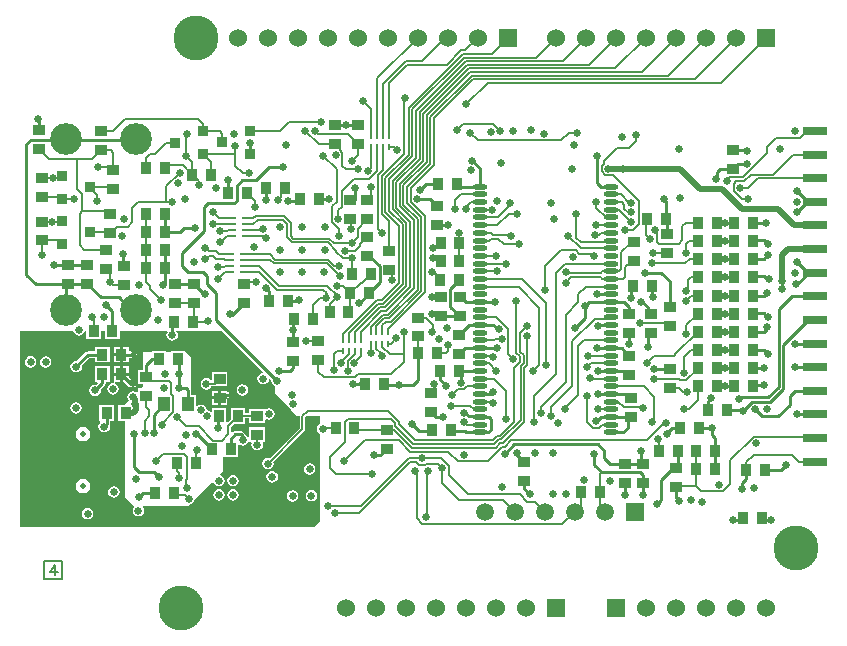
<source format=gbl>
%FSLAX25Y25*%
%MOIN*%
G70*
G01*
G75*
G04 Layer_Physical_Order=4*
G04 Layer_Color=16711680*
%ADD10O,0.03150X0.01181*%
%ADD11O,0.01181X0.03150*%
%ADD12R,0.09843X0.09843*%
%ADD13R,0.06102X0.02362*%
%ADD14R,0.10236X0.01102*%
%ADD15R,0.05906X0.01181*%
%ADD16R,0.01181X0.05906*%
%ADD17R,0.09843X0.07874*%
%ADD18R,0.09055X0.01969*%
%ADD19R,0.03937X0.03740*%
%ADD20R,0.01870X0.00787*%
%ADD21R,0.03937X0.03937*%
%ADD22R,0.02362X0.03937*%
%ADD23R,0.03937X0.02362*%
%ADD24R,0.03937X0.03937*%
%ADD25O,0.06102X0.00984*%
%ADD26O,0.00984X0.06102*%
%ADD27R,0.19685X0.19685*%
%ADD28R,0.03740X0.03937*%
%ADD29R,0.05512X0.12598*%
%ADD30R,0.03937X0.04724*%
%ADD31R,0.08661X0.07874*%
%ADD32R,0.04724X0.05512*%
%ADD33R,0.09055X0.09055*%
%ADD34O,0.01181X0.03543*%
%ADD35O,0.03543X0.01181*%
%ADD36R,0.02362X0.03150*%
%ADD37R,0.03543X0.03937*%
%ADD38R,0.00984X0.02362*%
%ADD39O,0.00984X0.02362*%
%ADD40R,0.03150X0.02362*%
%ADD41R,0.12598X0.05512*%
%ADD42R,0.02559X0.03543*%
%ADD43R,0.03937X0.03543*%
%ADD44R,0.07874X0.03150*%
%ADD45R,0.03543X0.03150*%
%ADD46C,0.00600*%
%ADD47C,0.01200*%
%ADD48C,0.01000*%
%ADD49C,0.00787*%
%ADD50C,0.00800*%
%ADD51C,0.02000*%
%ADD52C,0.01500*%
%ADD53C,0.15000*%
%ADD54R,0.06000X0.06000*%
%ADD55C,0.06000*%
%ADD56C,0.10600*%
%ADD57C,0.01969*%
%ADD58R,0.05906X0.05906*%
%ADD59C,0.05906*%
%ADD60C,0.02600*%
%ADD61C,0.04000*%
%ADD62R,0.07087X0.12205*%
%ADD63R,0.10236X0.02362*%
%ADD64R,0.14961X0.08268*%
%ADD65R,0.07874X0.17323*%
%ADD66C,0.14998*%
%ADD67C,0.05400*%
%ADD68C,0.10400*%
%ADD69C,0.05943*%
%ADD70C,0.03600*%
%ADD71R,0.05512X0.14173*%
%ADD72R,0.15748X0.08268*%
%ADD73R,0.12205X0.17716*%
%ADD74R,0.19685X0.02756*%
%ADD75R,0.02362X0.00984*%
%ADD76O,0.02362X0.00984*%
%ADD77O,0.04921X0.01772*%
%ADD78R,0.03740X0.03543*%
%ADD79R,0.03740X0.03543*%
G36*
X228596Y273618D02*
X228500Y273437D01*
X227759Y273290D01*
X227130Y272870D01*
X226710Y272241D01*
X226563Y271500D01*
X226710Y270759D01*
X227130Y270130D01*
X227759Y269710D01*
X228500Y269563D01*
X229241Y269710D01*
X229870Y270130D01*
X230290Y270759D01*
X230380Y271211D01*
X230858Y271356D01*
X231221Y270993D01*
X231163Y270700D01*
X231310Y269959D01*
X231730Y269330D01*
X232359Y268910D01*
X232500Y268882D01*
Y266500D01*
X236702Y262298D01*
X236710Y262259D01*
X237130Y261630D01*
X237759Y261210D01*
X237797Y261203D01*
X239800Y259200D01*
X240518D01*
X240682Y259000D01*
Y255080D01*
X230633Y245031D01*
X230100Y245137D01*
X229359Y244990D01*
X228730Y244570D01*
X228310Y243941D01*
X228163Y243200D01*
X228310Y242459D01*
X228730Y241830D01*
X229359Y241410D01*
X230100Y241263D01*
X230841Y241410D01*
X231470Y241830D01*
X231890Y242459D01*
X232037Y243200D01*
X231931Y243733D01*
X242249Y254051D01*
X242448Y254349D01*
X242518Y254700D01*
Y258620D01*
X243098Y259200D01*
X247500D01*
Y256551D01*
X246930Y256170D01*
X246510Y255541D01*
X246363Y254800D01*
X246510Y254059D01*
X246930Y253430D01*
X247500Y253049D01*
Y224000D01*
X245500Y222000D01*
X147500D01*
Y287500D01*
X165203D01*
X165310Y286959D01*
X165730Y286330D01*
X166359Y285910D01*
X167100Y285763D01*
X167841Y285910D01*
X168470Y286330D01*
X168890Y286959D01*
X168980Y287414D01*
X169478Y287365D01*
Y284865D01*
X174418D01*
Y287500D01*
X175777D01*
Y284865D01*
X180717D01*
Y287500D01*
X196387D01*
X196623Y287059D01*
X196410Y286741D01*
X196263Y286000D01*
X196410Y285259D01*
X196830Y284630D01*
X197459Y284210D01*
X198200Y284063D01*
X198941Y284210D01*
X199570Y284630D01*
X199990Y285259D01*
X200137Y286000D01*
X199990Y286741D01*
X199570Y287370D01*
X199609Y287500D01*
X214714D01*
X228596Y273618D01*
D02*
G37*
%LPC*%
G36*
X168484Y255410D02*
X167558Y255225D01*
X166774Y254701D01*
X166250Y253917D01*
X166066Y252991D01*
X166250Y252066D01*
X166774Y251282D01*
X167558Y250757D01*
X168484Y250573D01*
X169409Y250757D01*
X170194Y251282D01*
X170718Y252066D01*
X170902Y252991D01*
X170718Y253917D01*
X170194Y254701D01*
X169409Y255225D01*
X168484Y255410D01*
D02*
G37*
G36*
X244000Y243337D02*
X243259Y243190D01*
X242630Y242770D01*
X242210Y242141D01*
X242063Y241400D01*
X242210Y240659D01*
X242630Y240030D01*
X243259Y239610D01*
X244000Y239463D01*
X244741Y239610D01*
X245370Y240030D01*
X245790Y240659D01*
X245937Y241400D01*
X245790Y242141D01*
X245370Y242770D01*
X244741Y243190D01*
X244000Y243337D01*
D02*
G37*
G36*
X231500Y240737D02*
X230759Y240590D01*
X230130Y240170D01*
X229710Y239541D01*
X229563Y238800D01*
X229710Y238059D01*
X230130Y237430D01*
X230759Y237010D01*
X231500Y236863D01*
X232241Y237010D01*
X232870Y237430D01*
X233290Y238059D01*
X233437Y238800D01*
X233290Y239541D01*
X232870Y240170D01*
X232241Y240590D01*
X231500Y240737D01*
D02*
G37*
G36*
X178821Y262568D02*
X173880D01*
Y257432D01*
X174110D01*
X174255Y256953D01*
X174130Y256870D01*
X173710Y256241D01*
X173563Y255500D01*
X173710Y254759D01*
X174130Y254130D01*
X174759Y253710D01*
X175500Y253563D01*
X176241Y253710D01*
X176870Y254130D01*
X177290Y254759D01*
X177437Y255500D01*
X177361Y255883D01*
X177387Y255921D01*
X177472Y256350D01*
Y257432D01*
X178821D01*
Y262568D01*
D02*
G37*
G36*
X216568Y264650D02*
X214500D01*
Y262779D01*
X216568D01*
Y264650D01*
D02*
G37*
G36*
X213500D02*
X211432D01*
Y262779D01*
X213500D01*
Y264650D01*
D02*
G37*
G36*
X166100Y263637D02*
X165359Y263490D01*
X164730Y263070D01*
X164310Y262441D01*
X164163Y261700D01*
X164310Y260959D01*
X164730Y260330D01*
X165359Y259910D01*
X166100Y259763D01*
X166841Y259910D01*
X167470Y260330D01*
X167890Y260959D01*
X168037Y261700D01*
X167890Y262441D01*
X167470Y263070D01*
X166841Y263490D01*
X166100Y263637D01*
D02*
G37*
G36*
X218482Y239429D02*
X217741Y239282D01*
X217112Y238862D01*
X216692Y238234D01*
X216545Y237492D01*
X216692Y236751D01*
X217112Y236122D01*
X217741Y235702D01*
X218482Y235555D01*
X219223Y235702D01*
X219852Y236122D01*
X220272Y236751D01*
X220419Y237492D01*
X220272Y238234D01*
X219852Y238862D01*
X219223Y239282D01*
X218482Y239429D01*
D02*
G37*
G36*
X244600Y234437D02*
X243859Y234290D01*
X243230Y233870D01*
X242810Y233241D01*
X242663Y232500D01*
X242810Y231759D01*
X243230Y231130D01*
X243859Y230710D01*
X244600Y230563D01*
X245341Y230710D01*
X245970Y231130D01*
X246390Y231759D01*
X246537Y232500D01*
X246390Y233241D01*
X245970Y233870D01*
X245341Y234290D01*
X244600Y234437D01*
D02*
G37*
G36*
X238300Y234337D02*
X237559Y234190D01*
X236930Y233770D01*
X236510Y233141D01*
X236363Y232400D01*
X236510Y231659D01*
X236930Y231030D01*
X237559Y230610D01*
X238300Y230463D01*
X239041Y230610D01*
X239670Y231030D01*
X240090Y231659D01*
X240237Y232400D01*
X240090Y233141D01*
X239670Y233770D01*
X239041Y234190D01*
X238300Y234337D01*
D02*
G37*
G36*
X170000Y228437D02*
X169259Y228290D01*
X168630Y227870D01*
X168210Y227241D01*
X168063Y226500D01*
X168210Y225759D01*
X168630Y225130D01*
X169259Y224710D01*
X170000Y224563D01*
X170741Y224710D01*
X171370Y225130D01*
X171790Y225759D01*
X171937Y226500D01*
X171790Y227241D01*
X171370Y227870D01*
X170741Y228290D01*
X170000Y228437D01*
D02*
G37*
G36*
X213758Y234705D02*
X213017Y234558D01*
X212388Y234138D01*
X211968Y233509D01*
X211821Y232768D01*
X211968Y232027D01*
X212388Y231398D01*
X213017Y230978D01*
X213758Y230831D01*
X214499Y230978D01*
X215128Y231398D01*
X215548Y232027D01*
X215695Y232768D01*
X215548Y233509D01*
X215128Y234138D01*
X214499Y234558D01*
X213758Y234705D01*
D02*
G37*
G36*
X168484Y238087D02*
X167558Y237903D01*
X166774Y237378D01*
X166250Y236594D01*
X166066Y235669D01*
X166250Y234743D01*
X166774Y233959D01*
X167558Y233435D01*
X168484Y233250D01*
X169409Y233435D01*
X170194Y233959D01*
X170718Y234743D01*
X170902Y235669D01*
X170718Y236594D01*
X170194Y237378D01*
X169409Y237903D01*
X168484Y238087D01*
D02*
G37*
G36*
X178720Y235657D02*
X177979Y235510D01*
X177350Y235090D01*
X176930Y234461D01*
X176783Y233720D01*
X176930Y232979D01*
X177350Y232350D01*
X177979Y231930D01*
X178720Y231783D01*
X179461Y231930D01*
X180090Y232350D01*
X180510Y232979D01*
X180657Y233720D01*
X180510Y234461D01*
X180090Y235090D01*
X179461Y235510D01*
X178720Y235657D01*
D02*
G37*
G36*
X218482Y234705D02*
X217741Y234558D01*
X217112Y234138D01*
X216692Y233509D01*
X216545Y232768D01*
X216692Y232027D01*
X217112Y231398D01*
X217741Y230978D01*
X218482Y230831D01*
X219223Y230978D01*
X219852Y231398D01*
X220272Y232027D01*
X220419Y232768D01*
X220272Y233509D01*
X219852Y234138D01*
X219223Y234558D01*
X218482Y234705D01*
D02*
G37*
G36*
X216568Y267522D02*
X214500D01*
Y265650D01*
X216569D01*
Y264879D01*
X218000D01*
X218429Y264964D01*
X218793Y265207D01*
X219036Y265571D01*
X219122Y266000D01*
X219036Y266429D01*
X218793Y266793D01*
X218429Y267036D01*
X218000Y267122D01*
X216568D01*
Y267522D01*
D02*
G37*
G36*
X177321Y282068D02*
X172380D01*
Y280622D01*
X170050D01*
X169621Y280536D01*
X169257Y280293D01*
X169257Y280293D01*
X166368Y277404D01*
X166200Y277437D01*
X165459Y277290D01*
X164830Y276870D01*
X164410Y276241D01*
X164263Y275500D01*
X164410Y274759D01*
X164830Y274130D01*
X165459Y273710D01*
X166200Y273563D01*
X166941Y273710D01*
X167570Y274130D01*
X167990Y274759D01*
X168137Y275500D01*
X168054Y275918D01*
X170515Y278379D01*
X172380D01*
Y276932D01*
X177321D01*
Y282068D01*
D02*
G37*
G36*
X151000Y279037D02*
X150259Y278890D01*
X149630Y278470D01*
X149210Y277841D01*
X149063Y277100D01*
X149210Y276359D01*
X149630Y275730D01*
X150259Y275310D01*
X151000Y275163D01*
X151741Y275310D01*
X152370Y275730D01*
X152790Y276359D01*
X152937Y277100D01*
X152790Y277841D01*
X152370Y278470D01*
X151741Y278890D01*
X151000Y279037D01*
D02*
G37*
G36*
X156000Y278937D02*
X155259Y278790D01*
X154630Y278370D01*
X154210Y277741D01*
X154063Y277000D01*
X154210Y276259D01*
X154630Y275630D01*
X155259Y275210D01*
X156000Y275063D01*
X156741Y275210D01*
X157370Y275630D01*
X157790Y276259D01*
X157937Y277000D01*
X157790Y277741D01*
X157370Y278370D01*
X156741Y278790D01*
X156000Y278937D01*
D02*
G37*
G36*
X180650Y279000D02*
X178680D01*
Y276932D01*
X180650D01*
Y279000D01*
D02*
G37*
G36*
X202521Y280569D02*
X197778D01*
Y280500D01*
X196222D01*
Y280569D01*
X191479D01*
Y280500D01*
X188500D01*
Y276383D01*
X188464Y276329D01*
X188378Y275900D01*
X188378Y275900D01*
Y274521D01*
X186932D01*
Y269778D01*
X188500D01*
Y269000D01*
X187722Y268222D01*
X186932D01*
Y267431D01*
X186307Y266807D01*
X185900Y267079D01*
X185159Y267227D01*
X184417Y267079D01*
X183789Y266660D01*
X183369Y266031D01*
X183221Y265290D01*
X183369Y264548D01*
X183641Y264141D01*
X182500Y263000D01*
Y262568D01*
X180180D01*
Y257432D01*
X182500D01*
Y232000D01*
X185500Y229000D01*
X185500Y229000D01*
X185500D01*
X185538Y228875D01*
X185530Y228870D01*
X185110Y228241D01*
X184963Y227500D01*
X185110Y226759D01*
X185530Y226130D01*
X186159Y225710D01*
X186900Y225563D01*
X187641Y225710D01*
X188270Y226130D01*
X188690Y226759D01*
X188837Y227500D01*
X188690Y228241D01*
X188270Y228870D01*
X188309Y229000D01*
X203500D01*
X204153Y229653D01*
X204441Y229710D01*
X205070Y230130D01*
X205490Y230759D01*
X205547Y231047D01*
X211474Y236974D01*
X211952Y236829D01*
X211968Y236751D01*
X212388Y236122D01*
X213017Y235702D01*
X213758Y235555D01*
X214499Y235702D01*
X215128Y236122D01*
X215548Y236751D01*
X215695Y237492D01*
X215548Y238234D01*
X215128Y238862D01*
X214499Y239282D01*
X214421Y239298D01*
X214276Y239776D01*
X215000Y240500D01*
Y245431D01*
X215179D01*
Y245431D01*
X220120D01*
Y249341D01*
X220561Y249576D01*
X220959Y249310D01*
X221700Y249163D01*
X222441Y249310D01*
X223070Y249730D01*
X223490Y250359D01*
X223514Y250479D01*
X223932D01*
Y250479D01*
X224363D01*
X224681Y250092D01*
X224563Y249500D01*
X224710Y248759D01*
X225130Y248130D01*
X225759Y247710D01*
X226500Y247563D01*
X227241Y247710D01*
X227870Y248130D01*
X228290Y248759D01*
X228437Y249500D01*
X228290Y250241D01*
X228417Y250479D01*
X229068D01*
Y255222D01*
X223932D01*
Y252042D01*
X223453Y251896D01*
X223070Y252470D01*
X222767Y252672D01*
X222736Y252829D01*
X222493Y253193D01*
X222493Y253193D01*
X221893Y253793D01*
X221529Y254036D01*
X221100Y254122D01*
X221100Y254121D01*
X219200D01*
X218771Y254036D01*
X218407Y253793D01*
X218407Y253793D01*
X218229Y253615D01*
X217767Y253807D01*
Y255320D01*
X218879Y256432D01*
X222521D01*
Y258232D01*
X223932D01*
Y256778D01*
X229068D01*
Y257774D01*
X229509Y258010D01*
X229659Y257910D01*
X230400Y257763D01*
X231141Y257910D01*
X231770Y258330D01*
X232190Y258959D01*
X232337Y259700D01*
X232190Y260441D01*
X231770Y261070D01*
X231141Y261490D01*
X230400Y261637D01*
X229659Y261490D01*
X229423Y261332D01*
X229068Y261521D01*
Y261521D01*
X229068Y261521D01*
X223932D01*
Y260067D01*
X222521D01*
Y261568D01*
X217778D01*
Y257926D01*
X216684Y256832D01*
X216222Y257023D01*
Y261568D01*
X211479D01*
Y260627D01*
X211038Y260391D01*
X210441Y260790D01*
X209731Y260931D01*
X209590Y261641D01*
X209170Y262270D01*
X208541Y262690D01*
X207800Y262837D01*
X207059Y262690D01*
X206447Y262281D01*
X206284Y262368D01*
X206006Y262554D01*
Y265962D01*
X204558D01*
Y278531D01*
X202521Y280569D01*
D02*
G37*
G36*
X180650Y282068D02*
X178680D01*
Y280000D01*
X180650D01*
Y282068D01*
D02*
G37*
G36*
X183620D02*
X181650D01*
Y279499D01*
Y276932D01*
X183620D01*
Y278379D01*
X184550D01*
X184550Y278378D01*
X184980Y278464D01*
X185344Y278707D01*
X186644Y280007D01*
X186887Y280371D01*
X186972Y280800D01*
X186887Y281229D01*
X186644Y281593D01*
X186280Y281836D01*
X185850Y281922D01*
X185421Y281836D01*
X185057Y281593D01*
X184086Y280622D01*
X183620D01*
Y282068D01*
D02*
G37*
G36*
Y275569D02*
X181650D01*
Y273500D01*
X183620D01*
Y275569D01*
D02*
G37*
G36*
Y272500D02*
X181650D01*
Y270431D01*
X182132D01*
X183457Y269107D01*
X183457Y269107D01*
X183820Y268864D01*
X184250Y268778D01*
X185200D01*
X185629Y268864D01*
X185993Y269107D01*
X186236Y269471D01*
X186322Y269900D01*
X186236Y270329D01*
X185993Y270693D01*
X185629Y270936D01*
X185200Y271022D01*
X184714D01*
X183620Y272116D01*
Y272500D01*
D02*
G37*
G36*
X221600Y269637D02*
X220859Y269490D01*
X220230Y269070D01*
X219810Y268441D01*
X219663Y267700D01*
X219810Y266959D01*
X220230Y266330D01*
X220859Y265910D01*
X221600Y265763D01*
X222341Y265910D01*
X222970Y266330D01*
X223390Y266959D01*
X223537Y267700D01*
X223390Y268441D01*
X222970Y269070D01*
X222341Y269490D01*
X221600Y269637D01*
D02*
G37*
G36*
X213500Y267522D02*
X211432D01*
Y265650D01*
X213500D01*
Y267522D01*
D02*
G37*
G36*
X177321Y275569D02*
X172380D01*
Y270431D01*
X173092D01*
X173283Y269970D01*
X172793Y269479D01*
X172500Y269537D01*
X171759Y269390D01*
X171130Y268970D01*
X170710Y268341D01*
X170563Y267600D01*
X170710Y266859D01*
X171130Y266230D01*
X171759Y265810D01*
X172500Y265663D01*
X173241Y265810D01*
X173870Y266230D01*
X174290Y266859D01*
X174437Y267600D01*
X174379Y267893D01*
X175643Y269157D01*
X175644Y269157D01*
X175887Y269521D01*
X175972Y269950D01*
Y270431D01*
X177321D01*
Y275569D01*
D02*
G37*
G36*
X180650D02*
X178680D01*
Y273500D01*
X180650D01*
Y275569D01*
D02*
G37*
G36*
X216568Y273821D02*
X211432D01*
Y271478D01*
X210970Y271170D01*
X210341Y271590D01*
X209600Y271737D01*
X208859Y271590D01*
X208230Y271170D01*
X207810Y270541D01*
X207663Y269800D01*
X207810Y269059D01*
X208230Y268430D01*
X208859Y268010D01*
X209600Y267863D01*
X210341Y268010D01*
X210970Y268430D01*
X211272Y268882D01*
X212350D01*
X212702Y268952D01*
X212890Y269078D01*
X216568D01*
Y273821D01*
D02*
G37*
G36*
X180650Y272500D02*
X178680D01*
Y270460D01*
X178680D01*
Y270431D01*
X178680D01*
X178632Y270192D01*
X178400Y270037D01*
D01*
X177659Y269890D01*
X177030Y269470D01*
X176610Y268841D01*
X176463Y268100D01*
X176610Y267359D01*
X177030Y266730D01*
X177659Y266310D01*
X178400Y266163D01*
X179141Y266310D01*
X179770Y266730D01*
X180190Y267359D01*
X180337Y268100D01*
X180190Y268841D01*
X179770Y269470D01*
X179141Y269890D01*
X178919Y269934D01*
X178966Y270403D01*
D01*
X178968Y270431D01*
X180650D01*
Y272500D01*
D02*
G37*
%LPD*%
D19*
X263000Y318650D02*
D03*
Y312350D02*
D03*
X257500Y324850D02*
D03*
Y331150D02*
D03*
X293843Y286150D02*
D03*
Y279851D02*
D03*
X286444Y322607D02*
D03*
Y328906D02*
D03*
X284500Y260350D02*
D03*
Y266650D02*
D03*
X294000Y298650D02*
D03*
Y292350D02*
D03*
X364047Y268371D02*
D03*
Y274670D02*
D03*
X351000Y258850D02*
D03*
Y265150D02*
D03*
X350500Y279150D02*
D03*
Y272850D02*
D03*
X363944Y289135D02*
D03*
Y295434D02*
D03*
X357761Y292991D02*
D03*
Y286692D02*
D03*
X350434Y293150D02*
D03*
Y286851D02*
D03*
X363056Y313291D02*
D03*
Y319590D02*
D03*
X222000Y303150D02*
D03*
Y296850D02*
D03*
X238500Y283650D02*
D03*
Y277350D02*
D03*
X169900Y309350D02*
D03*
Y303050D02*
D03*
X153700Y347950D02*
D03*
Y354250D02*
D03*
X205500Y303150D02*
D03*
Y296850D02*
D03*
X287843Y298552D02*
D03*
Y292253D02*
D03*
X315500Y243650D02*
D03*
Y237350D02*
D03*
X384964Y341350D02*
D03*
Y347649D02*
D03*
D28*
X394750Y225000D02*
D03*
X388450D02*
D03*
X174850Y279500D02*
D03*
X181150D02*
D03*
X211350Y248000D02*
D03*
X217650D02*
D03*
X174850Y273000D02*
D03*
X181150D02*
D03*
X171948Y287434D02*
D03*
X178247D02*
D03*
X287607Y304453D02*
D03*
X293906D02*
D03*
X284850Y254500D02*
D03*
X291150D02*
D03*
X287350Y274000D02*
D03*
X293650D02*
D03*
X292950Y336500D02*
D03*
X286650D02*
D03*
X358090Y302342D02*
D03*
X351791D02*
D03*
X356509Y324851D02*
D03*
X362808D02*
D03*
X257350Y300000D02*
D03*
X263650D02*
D03*
X236650Y297500D02*
D03*
X230350D02*
D03*
X223150Y333500D02*
D03*
X216850D02*
D03*
X235650Y335000D02*
D03*
X229350D02*
D03*
X247150Y331500D02*
D03*
X240850D02*
D03*
X383150Y261000D02*
D03*
X376850D02*
D03*
X373650Y255000D02*
D03*
X367350D02*
D03*
X379150Y241500D02*
D03*
X372850D02*
D03*
X198750Y233400D02*
D03*
X192450D02*
D03*
X195650Y308500D02*
D03*
X189350D02*
D03*
Y326500D02*
D03*
X195650D02*
D03*
X182650Y260000D02*
D03*
X176350D02*
D03*
X268893Y269842D02*
D03*
X262594D02*
D03*
D30*
X203437Y263000D02*
D03*
X195563D02*
D03*
D37*
X280086Y280047D02*
D03*
X286385D02*
D03*
X385350Y293200D02*
D03*
X391650D02*
D03*
X373350D02*
D03*
X379650D02*
D03*
X391650Y299200D02*
D03*
X385350D02*
D03*
X379650D02*
D03*
X373350D02*
D03*
X373350Y305500D02*
D03*
X379650D02*
D03*
X385350D02*
D03*
X391650D02*
D03*
Y311500D02*
D03*
X385350D02*
D03*
X379650D02*
D03*
X373350D02*
D03*
X373350Y269200D02*
D03*
X379650D02*
D03*
X385350D02*
D03*
X391650D02*
D03*
Y275200D02*
D03*
X385350D02*
D03*
X379650D02*
D03*
X373350D02*
D03*
X373350Y317500D02*
D03*
X379650D02*
D03*
X385350D02*
D03*
X391650D02*
D03*
Y323500D02*
D03*
X385350D02*
D03*
X379650D02*
D03*
X373350D02*
D03*
X373350Y281200D02*
D03*
X379650D02*
D03*
X385350D02*
D03*
X391650D02*
D03*
Y287200D02*
D03*
X385350D02*
D03*
X379650D02*
D03*
X373350D02*
D03*
X199850Y243500D02*
D03*
X206150D02*
D03*
X395750Y240900D02*
D03*
X389450D02*
D03*
X379150Y247500D02*
D03*
X372850D02*
D03*
X340846Y233741D02*
D03*
X334546D02*
D03*
X189550Y341600D02*
D03*
X195850D02*
D03*
X220150Y259000D02*
D03*
X213850D02*
D03*
X205150Y290500D02*
D03*
X198850D02*
D03*
X195650Y314500D02*
D03*
X189350D02*
D03*
Y320500D02*
D03*
X195650D02*
D03*
X360350Y247500D02*
D03*
X366650D02*
D03*
X204850Y339500D02*
D03*
X211150D02*
D03*
X193850Y278000D02*
D03*
X200150D02*
D03*
X293922Y316556D02*
D03*
X287623D02*
D03*
X293922Y310658D02*
D03*
X287623D02*
D03*
X256914Y293761D02*
D03*
X250615D02*
D03*
X238670Y291361D02*
D03*
X244969D02*
D03*
X264422Y306453D02*
D03*
X258123D02*
D03*
X258914Y255058D02*
D03*
X252615D02*
D03*
D38*
X270472Y348583D02*
D03*
X261007Y280583D02*
D03*
X270205Y283165D02*
D03*
D39*
X268503Y348583D02*
D03*
X266535D02*
D03*
X264566D02*
D03*
X270472Y352520D02*
D03*
X268503D02*
D03*
X266535D02*
D03*
X264566D02*
D03*
X259039Y280583D02*
D03*
X257070D02*
D03*
X255102D02*
D03*
X261007Y284520D02*
D03*
X259039D02*
D03*
X257070D02*
D03*
X255102D02*
D03*
X268237Y283165D02*
D03*
X266268D02*
D03*
X264300D02*
D03*
X270205Y287102D02*
D03*
X268237D02*
D03*
X266268D02*
D03*
X264300D02*
D03*
D43*
X176100Y314450D02*
D03*
Y308150D02*
D03*
X182000Y302750D02*
D03*
Y309050D02*
D03*
X270400Y314150D02*
D03*
Y307850D02*
D03*
X252500Y356150D02*
D03*
Y349850D02*
D03*
X279954Y285570D02*
D03*
Y291869D02*
D03*
X246924Y284150D02*
D03*
Y277851D02*
D03*
X352000Y310850D02*
D03*
Y317150D02*
D03*
X163400Y303050D02*
D03*
Y309350D02*
D03*
X178600Y340950D02*
D03*
Y334650D02*
D03*
X177600Y326450D02*
D03*
Y320150D02*
D03*
X154900Y332050D02*
D03*
Y338350D02*
D03*
Y317550D02*
D03*
Y323850D02*
D03*
X260000Y356150D02*
D03*
Y349850D02*
D03*
X366000Y235350D02*
D03*
Y241650D02*
D03*
X174600Y353950D02*
D03*
Y347650D02*
D03*
X349000Y236850D02*
D03*
Y243150D02*
D03*
X355000Y243150D02*
D03*
Y236850D02*
D03*
X199000Y303150D02*
D03*
Y296850D02*
D03*
X214000Y271450D02*
D03*
Y265150D02*
D03*
X226500Y252850D02*
D03*
Y259150D02*
D03*
X189500Y265850D02*
D03*
Y272150D02*
D03*
X263239Y330922D02*
D03*
Y324623D02*
D03*
X269729Y254453D02*
D03*
Y248154D02*
D03*
D44*
X412400Y354036D02*
D03*
Y243800D02*
D03*
Y251674D02*
D03*
Y259548D02*
D03*
Y267422D02*
D03*
Y275296D02*
D03*
Y283170D02*
D03*
Y291044D02*
D03*
Y298918D02*
D03*
Y306792D02*
D03*
Y314666D02*
D03*
Y322540D02*
D03*
Y330414D02*
D03*
Y346162D02*
D03*
Y338288D02*
D03*
D46*
X202400Y232800D02*
X203700Y231500D01*
X199350Y232800D02*
X202400D01*
X198750Y233400D02*
X199350Y232800D01*
X202900Y235100D02*
Y237800D01*
Y235100D02*
X203000Y235000D01*
X194700Y255900D02*
Y256534D01*
X198432Y260265D01*
Y265735D01*
X197904Y266262D02*
X198432Y265735D01*
X197838Y266262D02*
X197904D01*
X197838D02*
Y270062D01*
X197200Y270700D02*
X197838Y270062D01*
X190950Y270700D02*
X197200D01*
X189500Y272150D02*
X190950Y270700D01*
X282700Y225300D02*
X283100Y225700D01*
X279700Y225000D02*
X281600Y223100D01*
X248700Y272000D02*
X259239D01*
X256700Y274200D02*
Y277511D01*
X200630Y340200D02*
X200700D01*
X196200Y335770D02*
X200630Y340200D01*
X196200Y330400D02*
X198100D01*
X207000Y335900D02*
Y337350D01*
X204850Y339500D02*
X207000Y337350D01*
X300417Y261000D02*
X300650Y261232D01*
X299100Y261000D02*
X299200D01*
X297600Y262500D02*
X299100Y261000D01*
X291000Y262500D02*
X297600D01*
X373350Y274650D02*
Y275050D01*
X369600Y270900D02*
X373350Y274650D01*
X367500Y270900D02*
X369600D01*
X367038Y271362D02*
X367500Y270900D01*
X358638Y271362D02*
X367038D01*
X310383Y326483D02*
X313125D01*
X306550Y322650D02*
X310383Y326483D01*
X300650Y322650D02*
X306550D01*
X306809Y325209D02*
X310900Y329300D01*
Y330000D01*
X381700Y234000D02*
X384200Y236500D01*
X374500Y234000D02*
X381700D01*
X372850Y235650D02*
X374500Y234000D01*
X369311Y297400D02*
X371111Y299200D01*
X369300Y297400D02*
X369311D01*
X371111Y299200D02*
X373350D01*
X390100Y335100D02*
X393288Y338288D01*
X387500Y335100D02*
X390100D01*
X385300Y334189D02*
X387989Y331500D01*
X390000D01*
X385300Y334189D02*
Y336511D01*
X388291Y338580D02*
X396400Y346689D01*
X384080Y338580D02*
X388291D01*
X388879Y337380D02*
X391000Y339500D01*
X386168Y337380D02*
X388879D01*
X385300Y336511D02*
X386168Y337380D01*
X383000Y337500D02*
X384080Y338580D01*
X389871Y331500D02*
X390000D01*
X362189Y256600D02*
X362700D01*
X206171Y247600D02*
X206300D01*
X206150Y247578D02*
X206171Y247600D01*
X206150Y243500D02*
Y247578D01*
X331216Y305216D02*
X341020D01*
X329300Y303300D02*
X331216Y305216D01*
X341020D02*
X341500Y304736D01*
X326000Y306711D02*
X329143Y309854D01*
X326000Y272900D02*
Y306711D01*
X318700Y265600D02*
X326000Y272900D01*
X307400Y353900D02*
X307500D01*
X305000Y356300D02*
X307400Y353900D01*
X226500Y249600D02*
X226600Y249500D01*
X226500Y249600D02*
Y252850D01*
X200600Y238400D02*
Y240100D01*
X199850Y240850D02*
X200600Y240100D01*
X205150Y290500D02*
X210100D01*
X333600Y296906D02*
Y299600D01*
X358700Y279200D02*
X365500D01*
X356300Y276800D02*
X358700Y279200D01*
X336177Y302177D02*
X344350D01*
X333600Y299600D02*
X336177Y302177D01*
X329384Y306816D02*
X341020D01*
X329300Y306900D02*
X329384Y306816D01*
X341020D02*
X341500Y307295D01*
X347195D01*
X347900Y308000D01*
X159500Y323850D02*
X161234D01*
X154900D02*
X158100D01*
X154900Y338350D02*
X158300D01*
X177550Y305200D02*
Y306700D01*
X176769Y327280D02*
X177600Y326450D01*
X168080Y327280D02*
X176769D01*
X167300Y326500D02*
X168080Y327280D01*
Y332880D01*
X166350Y334612D02*
X168080Y332880D01*
X167300Y315900D02*
Y326500D01*
Y315900D02*
X168750Y314450D01*
X176100D01*
Y308150D02*
X177550Y306700D01*
X332306Y227178D02*
X334546Y229418D01*
Y233741D01*
X254000Y347711D02*
Y349850D01*
Y347711D02*
X254900Y346811D01*
Y342500D02*
X256100Y341300D01*
X260100D01*
X258000Y344100D02*
X260000Y346100D01*
Y349850D01*
X258789Y338100D02*
X263911D01*
X254631Y333943D02*
X258789Y338100D01*
X270952Y290459D02*
X281200Y300706D01*
X270455Y291659D02*
X280000Y301203D01*
X269958Y292859D02*
X278800Y301700D01*
X267414Y295259D02*
X268964D01*
X266917Y296459D02*
X268467D01*
X293300Y267900D02*
X295411D01*
X291300Y265900D02*
X293300Y267900D01*
X296421Y268910D02*
X300650D01*
X295411Y267900D02*
X296421Y268910D01*
X290200Y280800D02*
Y282800D01*
X289446Y280047D02*
X290200Y280800D01*
X286385Y280047D02*
X289446D01*
X285000Y287226D02*
Y289500D01*
X284787Y287013D02*
X285000Y287226D01*
X284931Y286869D02*
X285000Y286800D01*
X279954Y291869D02*
X282631D01*
X285000Y289500D01*
X266570Y352119D02*
Y371570D01*
X268539Y352119D02*
Y369836D01*
X270507Y352119D02*
Y370107D01*
X275400Y364800D02*
X275700Y365100D01*
X270507Y370107D02*
X276500Y376100D01*
X268539Y369836D02*
X276003Y377300D01*
X266570Y371570D02*
X280000Y385000D01*
X261800Y364200D02*
X264566Y361434D01*
Y352520D02*
Y361434D01*
X281524Y377300D02*
X289224Y385000D01*
X276003Y377300D02*
X281524D01*
X289224Y385000D02*
X290000D01*
X268074Y326486D02*
X270400Y324160D01*
Y313975D02*
Y324160D01*
X266874Y321526D02*
X268200Y320200D01*
X270474Y327481D02*
X274950Y323005D01*
X271674Y327977D02*
X276150Y323501D01*
X274074Y328972D02*
X278800Y324246D01*
X275274Y329469D02*
X280000Y324743D01*
X276474Y329966D02*
X281200Y325240D01*
X268500Y348579D02*
X268503Y348583D01*
X270271Y313846D02*
X270400Y313975D01*
X270271Y307546D02*
X271550Y306267D01*
Y304350D02*
Y306267D01*
X227110Y307102D02*
X233111Y301100D01*
X221616Y307102D02*
X227110D01*
X233111Y301100D02*
X248600D01*
X305500Y284300D02*
X305900Y284700D01*
X308000D01*
X300686Y284300D02*
X305500D01*
X270472Y348583D02*
X272217D01*
X271106Y273006D02*
X275300Y277200D01*
X260245Y273006D02*
X271106D01*
X246924Y273776D02*
X248700Y272000D01*
X246924Y273776D02*
Y277851D01*
X225980Y325680D02*
X235552D01*
X225272Y324972D02*
X225980Y325680D01*
X226680Y324480D02*
X235055D01*
X225203Y323003D02*
X226680Y324480D01*
X222516Y323003D02*
X225203D01*
X237720Y319080D02*
X238600Y318200D01*
X237720Y319080D02*
Y323513D01*
X236520Y319617D02*
Y323016D01*
X235552Y325680D02*
X237720Y323513D01*
X235055Y324480D02*
X236520Y323016D01*
X236500Y319597D02*
X236520Y319617D01*
X236500Y318603D02*
Y319597D01*
X238103Y317000D02*
X250016D01*
X236500Y318603D02*
X238103Y317000D01*
X238600Y318200D02*
X250513D01*
X252847Y313747D02*
Y314169D01*
X250016Y317000D02*
X252847Y314169D01*
X250513Y318200D02*
X252013Y316700D01*
X252847Y313747D02*
X255047Y311547D01*
X250615Y293761D02*
Y296215D01*
X252013Y316700D02*
X258000D01*
X249889Y302500D02*
X253000Y299389D01*
X233700Y302500D02*
X249889D01*
X250615Y296215D02*
X253000Y298600D01*
X249700Y299100D02*
Y300000D01*
X248600Y301100D02*
X249700Y300000D01*
X258247Y306578D02*
Y311547D01*
X253900Y309096D02*
Y309100D01*
X253772Y308967D02*
X253900Y309096D01*
X249636Y309900D02*
X253975Y305561D01*
X232000Y309900D02*
X249636D01*
X252265Y308967D02*
X253772D01*
X250133Y311100D02*
X252265Y308967D01*
X232600Y311100D02*
X250133D01*
X258123Y306453D02*
X258247Y306578D01*
X253975Y305561D02*
Y305561D01*
X253975Y305561D02*
X253975D01*
X253975D02*
Y305600D01*
X253000Y298600D02*
Y299389D01*
X294486Y332886D02*
X300650D01*
X247400Y298500D02*
X249600D01*
X244969Y296069D02*
X247400Y298500D01*
X244969Y291361D02*
Y296069D01*
X222516Y324972D02*
X225272D01*
X306259Y291941D02*
X310200Y288000D01*
X305200Y278600D02*
Y279000D01*
X256700Y277511D02*
X259039Y279850D01*
Y280583D01*
X252983D02*
X255102D01*
X252200Y279800D02*
X252983Y280583D01*
X252200Y274300D02*
Y279800D01*
X254400Y276908D02*
X257070Y279578D01*
X254400Y276700D02*
Y276908D01*
X257070Y279578D02*
Y280583D01*
X258900Y276800D02*
X261007Y278907D01*
X258900Y276600D02*
Y276800D01*
X261007Y278907D02*
Y280583D01*
X242800Y283874D02*
X246648D01*
X246924Y284150D01*
X355291Y268910D02*
X358700Y265500D01*
Y257700D02*
Y265500D01*
X340500Y255100D02*
X341514Y256114D01*
X340200Y261300D02*
X344283D01*
X214277Y317100D02*
X216377Y319200D01*
X214200Y317100D02*
X214277D01*
X216377Y319200D02*
X218446D01*
X218580Y319066D01*
X214260Y320640D02*
X216305D01*
X214200Y320700D02*
X214260Y320640D01*
X216305D02*
X216700Y321035D01*
X218580D01*
X228035D02*
X228500Y321500D01*
X222516Y321035D02*
X228035D01*
X228534Y319066D02*
X229300Y318300D01*
X222516Y319066D02*
X228534D01*
X211700Y322900D02*
X218476D01*
X218580Y323003D01*
X211800Y326900D02*
X213728Y324972D01*
X218580D01*
X334300Y317100D02*
X343919D01*
X344350Y317531D01*
X339100Y319300D02*
X340400D01*
X341191Y320091D01*
X344350D01*
X339500Y322700D02*
X344300D01*
X342809Y325209D02*
X344350D01*
X344300Y322700D02*
X344350Y322650D01*
X348800Y261900D02*
X355000D01*
X346909Y263791D02*
X348800Y261900D01*
X344350Y263791D02*
X346909D01*
X368250Y322450D02*
X369300Y323500D01*
X300650Y291941D02*
X306259D01*
X300650Y284264D02*
X300686Y284300D01*
X341514Y256114D02*
X344350D01*
X366200Y279900D02*
X373350Y287050D01*
X365500Y279200D02*
X366200Y279900D01*
X355000Y261900D02*
X355100Y261800D01*
X344350Y268910D02*
X355291D01*
X344283Y261300D02*
X344350Y261232D01*
Y268910D02*
X349710D01*
X369400Y289250D02*
X373350Y293200D01*
X369400Y286500D02*
Y289250D01*
X373350Y264450D02*
Y269200D01*
X368631Y278831D02*
X371000Y281200D01*
X368631Y273331D02*
Y278831D01*
X368400Y273561D02*
X368631Y273331D01*
X373350Y287050D02*
Y287200D01*
X371000Y281200D02*
X373350D01*
X369300Y323500D02*
X373350D01*
X306395Y307295D02*
X306400Y307300D01*
X300650Y307295D02*
X306395D01*
X309554Y309854D02*
X309700Y310000D01*
X300650Y309854D02*
X309554D01*
X306187Y312413D02*
X306300Y312300D01*
X300650Y312413D02*
X306187D01*
X304868Y327768D02*
X305000Y327900D01*
X300650Y327768D02*
X304868D01*
X295800Y327600D02*
X296200Y328000D01*
Y328800D01*
X297727Y330327D01*
X300650D01*
X371000Y305500D02*
X373350D01*
X370000Y304500D02*
X371000Y305500D01*
X370000Y301500D02*
Y304500D01*
X369500Y316500D02*
X370500Y317500D01*
X373350D01*
X255047Y311547D02*
X258247D01*
X249600Y298500D02*
Y299000D01*
Y300000D01*
X230693Y313007D02*
X232600Y311100D01*
X230861Y311039D02*
X232000Y309900D01*
X249600Y299000D02*
X249700Y299100D01*
X221616Y309070D02*
X227130D01*
X233700Y302500D01*
X221616Y311039D02*
X230861D01*
X221616Y313007D02*
X230693D01*
X369500Y313500D02*
Y316500D01*
X358000Y310000D02*
X369111D01*
X370611Y311500D01*
X373350D01*
X300650Y279146D02*
X305054D01*
X305200Y279000D01*
X300650Y276587D02*
X303613D01*
X160734Y338350D02*
X161374Y338990D01*
X170626Y335250D02*
X178001D01*
X178600Y334650D01*
X170626Y320250D02*
X177501D01*
X177600Y320150D01*
X179650Y322200D01*
X161234Y323850D02*
X161374Y323990D01*
X171550Y344600D02*
X174600Y347650D01*
X189550Y345150D02*
X190800Y346400D01*
X192400D01*
X196150Y350150D01*
X189550Y341600D02*
Y345150D01*
X196150Y350150D02*
X199174D01*
X219010Y346410D02*
X219200Y346600D01*
Y348900D01*
X392000Y246100D02*
X404800D01*
X389450Y243550D02*
X392000Y246100D01*
X389450Y240900D02*
Y243550D01*
X411874Y252200D02*
X412400Y251674D01*
X391989Y252200D02*
X411874D01*
X384200Y244411D02*
X391989Y252200D01*
X384200Y236500D02*
Y244411D01*
X372850Y241500D02*
Y247500D01*
X372850Y241500D02*
X372850Y241500D01*
X372850Y235650D02*
Y241500D01*
X366000Y235350D02*
X366299Y235650D01*
X372850D01*
X404800Y246100D02*
X407100Y243800D01*
X412400D01*
X368700Y261520D02*
X370420D01*
X373350Y264450D01*
X209600Y269800D02*
X212350D01*
X214000Y271450D01*
X349200Y308550D02*
X351000Y310350D01*
X347900Y308000D02*
Y313550D01*
X351000Y316650D01*
X368250Y317650D02*
Y322450D01*
X367100Y316500D02*
X368250Y317650D01*
X220299Y259150D02*
X226500D01*
X220150Y259000D02*
X220299Y259150D01*
X199000Y296850D02*
X205500D01*
X205500Y296850D01*
Y290850D02*
Y296850D01*
X205150Y290500D02*
X205500Y290850D01*
X179650Y322200D02*
X183500D01*
X184900Y323600D01*
Y328400D02*
X186900Y330400D01*
X184900Y323600D02*
Y328400D01*
X189350Y320500D02*
Y326500D01*
Y320500D02*
X189350Y320500D01*
Y314500D02*
Y320500D01*
Y308500D02*
Y314500D01*
X189350Y308500D02*
X189350Y308500D01*
X360350Y247500D02*
Y251247D01*
X360100Y251400D02*
X360197D01*
X360350Y251247D01*
X202800Y345800D02*
X204850Y343750D01*
Y339500D02*
Y343750D01*
X211150Y339500D02*
Y343687D01*
X208426Y346410D02*
X211150Y343687D01*
X189500Y262100D02*
Y265850D01*
Y262100D02*
X190600Y261000D01*
X224217Y353900D02*
X234200D01*
X224126Y353991D02*
X224217Y353900D01*
X258000Y316700D02*
X260000Y318700D01*
Y321383D01*
X263239Y324623D01*
X409836Y354036D02*
X412400D01*
X407500Y351700D02*
X409836Y354036D01*
X396400Y348597D02*
X399503Y351700D01*
X407500D01*
X396400Y346689D02*
Y348597D01*
X405162Y346162D02*
X412400D01*
X398500Y339500D02*
X405162Y346162D01*
X393288Y338288D02*
X412400D01*
X391000Y339500D02*
X398500D01*
X339500Y328518D02*
X342809Y325209D01*
X339500Y328518D02*
Y330500D01*
X344350Y330327D02*
X347973D01*
X300650Y325209D02*
X306809D01*
X310800Y319400D02*
X311000Y319200D01*
X308611Y316500D02*
X313900D01*
X324500Y259000D02*
Y262000D01*
X336500Y275500D02*
X336600D01*
X333500Y266100D02*
Y282300D01*
X335500Y284300D01*
X331500Y269000D02*
Y283875D01*
X324500Y262000D02*
X331500Y269000D01*
X321016Y260184D02*
Y262016D01*
X329500Y292806D02*
X333600Y296906D01*
X321016Y262016D02*
X329500Y270500D01*
Y292806D01*
X303613Y276587D02*
X306000Y274200D01*
X300650Y263791D02*
X304909D01*
X335500Y284300D02*
X343500D01*
X336600Y275500D02*
X337687Y276587D01*
X344350D01*
X336946Y279146D02*
X344350D01*
X337732Y271468D02*
X344350D01*
X331500Y283875D02*
X339092Y291467D01*
X343877D02*
X344350Y291941D01*
X339092Y291467D02*
X343877D01*
X268964Y295259D02*
X276150Y302445D01*
X268467Y296459D02*
X274950Y302942D01*
Y323005D01*
X276150Y302445D02*
Y323501D01*
X278800Y301700D02*
Y324246D01*
X280000Y301203D02*
Y324743D01*
X281200Y300706D02*
Y325240D01*
X190600Y259000D02*
Y261000D01*
X189000Y257400D02*
X190600Y259000D01*
X189000Y253300D02*
Y257400D01*
X216850Y255700D02*
X220150Y259000D01*
X199859Y258581D02*
X202740Y255700D01*
X201995Y246369D02*
X203000Y245363D01*
Y237900D02*
Y245363D01*
X202900Y237800D02*
X203000Y237900D01*
X199850Y240850D02*
Y243500D01*
X192800Y244100D02*
X195069Y246369D01*
X201995D01*
X202740Y255700D02*
X207100D01*
X214668Y250869D02*
X216850Y253050D01*
Y255700D01*
X211931Y250869D02*
X214668D01*
X207100Y255700D02*
X211931Y250869D01*
X336400Y257200D02*
Y265800D01*
X338500Y255100D02*
X340500D01*
X336400Y257200D02*
X338500Y255100D01*
X329000Y261400D02*
Y261600D01*
X333500Y266100D01*
X300650Y271468D02*
X305532D01*
X311900Y278000D02*
X312000D01*
X318700Y257100D02*
Y265600D01*
X318600Y274200D02*
Y274411D01*
X304909Y263791D02*
X305200Y263500D01*
X309500Y257900D02*
X309600Y258000D01*
X305532Y271468D02*
X309600Y267400D01*
Y258000D02*
Y267400D01*
X311800Y278000D02*
X311900D01*
X310200Y279600D02*
X311800Y278000D01*
X310200Y279600D02*
Y288000D01*
X296386Y256114D02*
X300650D01*
X295600Y256900D02*
X296386Y256114D01*
X328228Y223100D02*
X332306Y227178D01*
X281600Y223100D02*
X328228D01*
X308453Y231031D02*
X312306Y227178D01*
X293769Y231031D02*
X308453D01*
X288100Y236700D02*
X293769Y231031D01*
X288100Y236700D02*
Y241600D01*
X248558Y255058D02*
X252615D01*
X248300Y254800D02*
X248558Y255058D01*
X259239Y272000D02*
X260245Y273006D01*
X216060Y309070D02*
X217679D01*
X215600Y308610D02*
X216060Y309070D01*
X213600Y308610D02*
X215600D01*
X213893Y313007D02*
X217679D01*
X213500Y304700D02*
X215902Y307102D01*
X217679D01*
X215861Y311039D02*
X217679D01*
X215400Y311500D02*
X215861Y311039D01*
X212900Y311500D02*
X215400D01*
X211900Y312500D02*
X212900Y311500D01*
X210500Y312500D02*
X211900D01*
X212900Y314000D02*
X213893Y313007D01*
X209200Y315046D02*
X209454D01*
X210200Y314300D01*
X210500Y314000D01*
X212900D01*
X209500Y311500D02*
X210500Y312500D01*
X209100Y311500D02*
X209500D01*
X173200Y330700D02*
Y332676D01*
X170626Y335250D02*
X173200Y332676D01*
X195850Y341600D02*
X196900Y342650D01*
X201700D01*
X204850Y339500D01*
X186900Y330400D02*
X196200D01*
Y335770D01*
X219200Y342500D02*
Y346600D01*
X221700Y340000D02*
X223900D01*
X219200Y342500D02*
X221700Y340000D01*
X189350Y303761D02*
Y308500D01*
Y303761D02*
X190793Y302319D01*
Y301408D02*
Y302319D01*
Y301408D02*
X194400Y297800D01*
X210100Y290700D02*
X210300Y290500D01*
X267800Y280000D02*
Y280342D01*
X268237Y282476D02*
Y283165D01*
X264300Y280100D02*
Y283165D01*
Y280100D02*
X264400Y280000D01*
X266268Y281532D02*
Y283165D01*
Y281532D02*
X267800Y280000D01*
X268237Y282187D02*
Y283165D01*
Y282187D02*
X270724Y279700D01*
X267800Y280000D02*
X268100Y279700D01*
Y279100D02*
Y279700D01*
X275300Y277200D02*
Y279700D01*
Y287200D01*
X270724Y279700D02*
X275300D01*
X270205Y283165D02*
X271165D01*
X272900Y284900D01*
X266420Y297659D02*
X267970D01*
X273750Y303439D01*
Y322507D01*
X269274Y326983D02*
X273750Y322507D01*
X272217Y348583D02*
X273200Y347600D01*
X263400Y340700D02*
X264566Y341866D01*
Y348583D01*
X263911Y338100D02*
X265600Y339789D01*
Y339800D01*
X266535Y340735D01*
Y348583D01*
X266874Y321526D02*
Y339377D01*
X268500Y341003D01*
Y348579D01*
X268074Y326486D02*
Y338880D01*
X275400Y346206D01*
Y364800D01*
X269274Y326983D02*
Y338383D01*
X270474Y327481D02*
Y337886D01*
X271674Y327977D02*
Y337389D01*
X274074Y328972D02*
Y336395D01*
X275274Y329469D02*
Y335898D01*
X276474Y329966D02*
Y335401D01*
X300650Y317531D02*
X303832D01*
X304500Y318200D01*
X306911D01*
X308611Y316500D01*
X300650Y320091D02*
X304310D01*
X305000Y319400D01*
X310800D01*
X292500Y328200D02*
Y330900D01*
X294486Y332886D01*
X202800Y345800D02*
Y352700D01*
X203200Y353100D01*
X208426Y346410D02*
X219010D01*
X254900Y342500D02*
Y346811D01*
X254631Y328631D02*
Y333943D01*
X253600Y324600D02*
Y327600D01*
X254631Y328631D01*
X253800Y319000D02*
Y321289D01*
X251400Y323689D02*
X253800Y321289D01*
X251400Y323689D02*
Y328900D01*
X253000Y330500D01*
X242600Y354200D02*
Y354400D01*
X256650Y353200D02*
X260000Y349850D01*
X248600Y345800D02*
X253000Y341400D01*
Y330500D02*
Y341400D01*
X246950Y349850D02*
X254000D01*
X242600Y354200D02*
X246950Y349850D01*
X245800Y354200D02*
X246800Y353200D01*
X248500D01*
X256650D01*
X237200Y356900D02*
X247900D01*
X234200Y353900D02*
X237200Y356900D01*
X259039Y284520D02*
Y286884D01*
X257070Y284520D02*
Y286612D01*
X255102Y284520D02*
Y286341D01*
X266420Y297659D01*
X257070Y286612D02*
X266917Y296459D01*
X259039Y286884D02*
X267414Y295259D01*
X269402Y290459D02*
X270952D01*
X268237Y289293D02*
X269402Y290459D01*
X268237Y287102D02*
Y289293D01*
X268905Y291659D02*
X270455D01*
X266268Y289022D02*
X268905Y291659D01*
X266268Y287102D02*
Y289022D01*
X268408Y292859D02*
X269958D01*
X264300Y288750D02*
X268408Y292859D01*
X264300Y288102D02*
Y288750D01*
X269461Y294059D02*
X277600Y302198D01*
Y323749D01*
X272874Y328474D02*
X277600Y323749D01*
X272874Y328474D02*
Y336892D01*
X267911Y294059D02*
X269461D01*
X261007Y284520D02*
Y287155D01*
X267911Y294059D01*
X296200Y363000D02*
X303279Y370079D01*
X381079D01*
X396000Y385000D01*
X363479Y372479D02*
X376000Y385000D01*
X354679Y373679D02*
X366000Y385000D01*
X345879Y374879D02*
X356000Y385000D01*
X337079Y376079D02*
X346000Y385000D01*
X328279Y377279D02*
X336000Y385000D01*
X319479Y378479D02*
X326000Y385000D01*
X304679Y379679D02*
X310000Y385000D01*
X289689Y376100D02*
X294468Y380879D01*
X295879D01*
X300000Y385000D01*
X297947Y372479D02*
X363479D01*
X297450Y373679D02*
X354679D01*
X296953Y374879D02*
X345879D01*
X296456Y376079D02*
X337079D01*
X295959Y377279D02*
X328279D01*
X295462Y378479D02*
X319479D01*
X294965Y379679D02*
X304679D01*
X276500Y376100D02*
X289689D01*
X270205Y287102D02*
Y288015D01*
X282400Y300209D01*
Y325737D01*
X277674Y330463D02*
X282400Y325737D01*
X277674Y330463D02*
Y334904D01*
X285433Y342663D01*
Y358268D01*
X298444Y371279D01*
X372279D01*
X386000Y385000D01*
X276474Y335401D02*
X284233Y343160D01*
Y358765D01*
X275274Y335898D02*
X283033Y343657D01*
Y359262D01*
X274074Y336395D02*
X281833Y344154D01*
Y359759D01*
X272874Y336892D02*
X280633Y344651D01*
Y360256D01*
X271674Y337389D02*
X279433Y345148D01*
Y360753D01*
X270474Y337886D02*
X278233Y345645D01*
Y361250D01*
X269274Y338383D02*
X277033Y346142D01*
Y361747D01*
X284233Y358765D02*
X297947Y372479D01*
X283033Y359262D02*
X297450Y373679D01*
X281833Y359759D02*
X296953Y374879D01*
X280633Y360256D02*
X296456Y376079D01*
X279433Y360753D02*
X295959Y377279D01*
X278233Y361250D02*
X295462Y378479D01*
X277033Y361747D02*
X294965Y379679D01*
X177550Y303700D02*
Y305200D01*
X178500Y302750D02*
X182000D01*
X177550Y303700D02*
X178500Y302750D01*
X177350Y342200D02*
X178600Y340950D01*
X173300Y342200D02*
X177350D01*
X166350Y344600D02*
X171550D01*
X153700Y347950D02*
X157050Y344600D01*
X166350Y334612D02*
Y344600D01*
X157050D02*
X166350D01*
X174600Y347650D02*
X177700D01*
X178600Y346750D01*
Y340950D02*
Y346750D01*
X174600Y353950D02*
X178450D01*
X182400Y357900D01*
X214874Y350250D02*
Y353126D01*
X214109Y353890D02*
X214874Y353126D01*
X208426Y353890D02*
X214109D01*
X182400Y357900D02*
X206800D01*
X208426Y353890D02*
Y356274D01*
X206800Y357900D02*
X208426Y356274D01*
X230100Y243200D02*
X230500Y243600D01*
X279700Y225000D02*
Y240300D01*
X279200Y240800D02*
X279700Y240300D01*
X283100Y225700D02*
Y240300D01*
X283600Y240800D01*
X290300Y239400D02*
Y242511D01*
Y239400D02*
X296700Y233000D01*
X314000D01*
X316500Y230500D01*
X318984D01*
X322306Y227178D01*
X287911Y244900D02*
X290300Y242511D01*
X252600Y226800D02*
X260597D01*
X282489Y242800D02*
X282689Y243000D01*
X286700D01*
X288100Y241600D01*
X279589Y243700D02*
X280489Y242800D01*
X260597Y226800D02*
X277497Y243700D01*
X277000Y244900D02*
X287911D01*
X250100Y229100D02*
X261200D01*
X277000Y244900D01*
X280489Y242800D02*
X282489D01*
X277497Y243700D02*
X279589D01*
X255800Y250500D02*
Y256957D01*
X256770Y257927D01*
X316500Y289011D02*
Y289100D01*
X230100Y243200D02*
X241600Y254700D01*
Y259000D01*
X243300Y260700D01*
X250800Y245500D02*
X255800Y250500D01*
X252700Y239800D02*
X264800D01*
X250800Y241700D02*
X252700Y239800D01*
X250800Y241700D02*
Y245500D01*
X356489Y250900D02*
X362189Y256600D01*
X255400Y244100D02*
X262300Y251000D01*
X273726D01*
X277526Y247200D01*
X272598Y255805D02*
Y256598D01*
Y255805D02*
X278603Y249800D01*
X273797Y256302D02*
Y257095D01*
X243300Y260700D02*
X270193D01*
X273797Y257095D01*
X256770Y257927D02*
X271269D01*
X272598Y256598D01*
X273797Y256302D02*
X279100Y251000D01*
X277526Y247200D02*
X290200D01*
X293500Y243900D01*
X305512Y249800D02*
X307012Y251300D01*
X305015Y251000D02*
X306515Y252500D01*
X307400D01*
X278603Y249800D02*
X305512D01*
X293500Y243900D02*
X303289D01*
X308089Y248700D01*
X341100Y250900D02*
X356489D01*
X341000Y251000D02*
X341100Y250900D01*
X308089Y248700D02*
X308974D01*
X307012Y251300D02*
X307897D01*
X308974Y248700D02*
X311274Y251000D01*
X341000D01*
X307400Y252500D02*
X312100Y257200D01*
X314200Y286711D02*
X316500Y289011D01*
X307897Y251300D02*
X314306Y257709D01*
Y275597D01*
X315300Y276592D01*
X312100Y275089D02*
X314100Y277089D01*
X315300Y276592D02*
Y279408D01*
X314100Y277089D02*
Y278911D01*
X314200Y280508D02*
Y286711D01*
Y280508D02*
X315300Y279408D01*
X312900Y280111D02*
X314100Y278911D01*
X279100Y251000D02*
X305015D01*
X312100Y257200D02*
Y275089D01*
X347973Y330327D02*
X348850Y329450D01*
Y328150D02*
Y329450D01*
X344350Y332886D02*
X347814D01*
X350500Y330200D01*
X351200D01*
X348850Y328150D02*
X350300Y326700D01*
X350800D01*
X351100Y327000D01*
X329143Y309854D02*
X344350D01*
X348700Y321200D02*
X349000D01*
X332900Y318500D02*
X334300Y317100D01*
X332900Y318500D02*
Y326500D01*
X330200Y319100D02*
X334328Y314972D01*
X344350D01*
X338100Y313100D02*
X338900Y312300D01*
X333811Y313100D02*
X338100D01*
X332611Y314300D02*
X333811Y313100D01*
X327700Y314300D02*
X332611D01*
X322400Y309000D02*
X327700Y314300D01*
X322400Y301000D02*
Y309000D01*
X312900Y280111D02*
Y297500D01*
X322900Y275900D02*
Y296600D01*
X300650Y304736D02*
X314764D01*
X318600Y274200D02*
X320600Y276200D01*
Y295200D01*
X300650Y302177D02*
X313623D01*
X320600Y295200D01*
X314764Y304736D02*
X322900Y296600D01*
X295000Y356300D02*
X305000D01*
X293000Y354300D02*
X295000Y356300D01*
X297600Y353400D02*
X300100Y350900D01*
X327900D01*
X330300Y353300D01*
X333200D01*
X349000Y321200D02*
X349100D01*
X341300Y342411D02*
X342000Y343111D01*
X341300Y340589D02*
Y342411D01*
Y340589D02*
X342589Y339300D01*
X345211D01*
X342000Y343111D02*
Y344000D01*
X346500Y348500D02*
X350500D01*
X352861Y350862D01*
Y352838D01*
X342000Y344000D02*
X346500Y348500D01*
X358983Y320983D02*
X359043D01*
X358800Y320800D02*
X358983Y320983D01*
X359700Y317089D02*
X360289Y316500D01*
X367100D01*
X359700Y317089D02*
Y318500D01*
Y318911D01*
Y318500D02*
Y320265D01*
X358983Y320983D02*
X359700Y320265D01*
X341500Y304736D02*
X348536D01*
X349200Y305400D01*
Y308550D01*
X345211Y339300D02*
X353700Y330811D01*
X344350Y327768D02*
X347032D01*
X353700Y328500D02*
Y330811D01*
X347032Y327768D02*
X351100Y323700D01*
X349000Y321200D02*
X351900D01*
X353700Y323000D01*
Y328500D01*
D48*
X187200Y232200D02*
X188400Y233400D01*
X192450D01*
X192069Y240431D02*
X193900Y238600D01*
X194000Y238500D01*
X185300Y242200D02*
Y253100D01*
Y242200D02*
X187069Y240431D01*
X185300Y253100D02*
X185400Y253200D01*
X187069Y240431D02*
X192069D01*
X258400Y269700D02*
X258500Y269600D01*
X260450D01*
X261850Y271000D01*
X233900Y274000D02*
X237500D01*
X365150Y241650D02*
X366000D01*
X361100Y237600D02*
X365150Y241650D01*
X361100Y230900D02*
Y237600D01*
X359900Y229700D02*
X361100Y230900D01*
X290932Y301479D02*
X293906Y304453D01*
X290932Y295419D02*
Y301479D01*
Y295419D02*
X294000Y292350D01*
X299200Y261000D02*
X300417D01*
X300650Y335445D02*
Y341633D01*
X298083Y344200D02*
X300650Y341633D01*
X294005Y335445D02*
X300650D01*
X292950Y336500D02*
X294005Y335445D01*
X388100Y236600D02*
X389450Y237950D01*
Y240900D01*
X388100Y234800D02*
Y236600D01*
X400200Y258900D02*
X404000Y262700D01*
X394800Y258900D02*
X400200D01*
X394750Y225000D02*
X395350Y224400D01*
X397900D01*
X385100D02*
X387850D01*
X388450Y225000D01*
X392400Y261300D02*
X394800Y258900D01*
X397563Y263700D02*
X401900Y268037D01*
X391300Y263700D02*
X397563D01*
X396900Y265300D02*
X400300Y268700D01*
X387700Y265300D02*
X396900D01*
X387000Y264600D02*
X387700Y265300D01*
X388400Y260800D02*
X391300Y263700D01*
X400300Y268700D02*
Y294600D01*
X410150Y291044D02*
X412400D01*
X401900Y282794D02*
X410150Y291044D01*
X401900Y268037D02*
Y282794D01*
X263650Y300000D02*
X267294Y303644D01*
Y308878D01*
X263821Y312350D02*
X267294Y308878D01*
X263000Y312350D02*
X263821D01*
X280800Y334500D02*
X282800Y336500D01*
X286700D01*
X213432Y255131D02*
X213432Y255130D01*
X213432Y255131D02*
Y255132D01*
X213432Y255130D02*
X213433D01*
X213500Y255197D01*
Y258650D01*
X221700Y251100D02*
Y252400D01*
X221100Y253000D02*
X221700Y252400D01*
X217650Y248000D02*
Y251450D01*
X219200Y253000D02*
X221100D01*
X217650Y251450D02*
X219200Y253000D01*
X170050Y279500D02*
X174850D01*
X166200Y275650D02*
X170050Y279500D01*
X166200Y275500D02*
Y275650D01*
X356761Y282039D02*
X356800Y282000D01*
X356761Y282039D02*
Y286692D01*
X335800Y295700D02*
X337159Y297059D01*
X224126Y346510D02*
Y349874D01*
X169900Y309350D02*
X169900Y309350D01*
X163400Y309350D02*
X169900D01*
X158700Y309400D02*
X158750Y309350D01*
X163400D01*
X169900Y303050D02*
X174350Y298600D01*
X315500Y234700D02*
X317300Y232900D01*
X315500Y234700D02*
Y237350D01*
X184550Y279500D02*
X185850Y280800D01*
X181150Y279500D02*
X184550D01*
X172500Y267600D02*
X174850Y269950D01*
Y273000D01*
X184250Y269900D02*
X185200D01*
X181150Y273000D02*
X184250Y269900D01*
X176200Y296200D02*
X178247Y294153D01*
Y287434D02*
Y294153D01*
X284500Y266650D02*
X285400Y267550D01*
Y269600D01*
X287350Y271250D02*
X289500Y269100D01*
X287350Y271250D02*
Y274000D01*
X229300Y301800D02*
X230350Y300750D01*
Y297500D02*
Y300750D01*
X286996Y293100D02*
X287843Y292253D01*
X284900Y293100D02*
X286996D01*
X287843Y292253D02*
X287941Y292350D01*
X294000D01*
X293843Y279851D02*
X295697Y281705D01*
X294150Y274000D02*
Y274150D01*
X306205Y281705D02*
X306300Y281800D01*
X295697Y281705D02*
X306205D01*
X259000Y331150D02*
Y335200D01*
X344528Y258850D02*
X351000D01*
X362808Y324851D02*
X363056Y324603D01*
Y319590D02*
Y324603D01*
X286444Y322607D02*
X290093D01*
X294150Y274000D02*
X294177Y274028D01*
X300650D01*
X396800Y279700D02*
Y279800D01*
X395400Y281200D02*
X396800Y279800D01*
X391650Y281200D02*
X395400D01*
X396500Y288200D02*
Y288600D01*
X395400Y287100D02*
X396500Y288200D01*
X391650Y287100D02*
X395400D01*
X396600Y292100D02*
X396900D01*
X395400Y293300D02*
X396600Y292100D01*
X391650Y293300D02*
X395400D01*
X396300Y300100D02*
X396600D01*
X395400Y299200D02*
X396300Y300100D01*
Y304700D02*
X397000D01*
X395400Y305600D02*
X396300Y304700D01*
X391650Y305600D02*
X395400D01*
X391650Y317600D02*
X395400D01*
X391750Y275200D02*
X395500D01*
X391750Y269300D02*
X395500D01*
X391650Y299200D02*
X395400D01*
X339400Y257400D02*
X339800D01*
X341073Y258673D01*
X344350D01*
X344528Y258850D01*
X358930Y274670D02*
X364047D01*
X358900Y274700D02*
X358930Y274670D01*
X350823Y258673D02*
X351000Y258850D01*
X349799Y266350D02*
X351000Y265150D01*
X339900Y274100D02*
X339972Y274028D01*
X349323D02*
X350500Y272850D01*
X339972Y274028D02*
X349323D01*
X347945Y281705D02*
X350500Y279150D01*
X350434Y282966D02*
Y286851D01*
X355705Y306795D02*
X361105D01*
X363944Y303956D01*
Y295434D02*
Y303956D01*
X382500Y269200D02*
X385350D01*
X379650D02*
X382500D01*
Y275200D02*
X385350D01*
X379650D02*
X382500D01*
Y281200D02*
X385350D01*
X379650D02*
X382500D01*
Y287200D02*
X385350D01*
X379650D02*
X382500D01*
X358090Y298910D02*
X358300Y298700D01*
X358090Y298910D02*
Y302342D01*
X340118Y289382D02*
X344350D01*
X339600Y299700D02*
X339682Y299618D01*
X344350D01*
X382500Y293200D02*
X385350D01*
X379650D02*
X382500D01*
Y299200D02*
X385350D01*
X379650D02*
X382500D01*
Y305500D02*
X385350D01*
X379650D02*
X382500D01*
Y311500D02*
X385350D01*
X379650D02*
X382500D01*
X379650Y317500D02*
X382500D01*
X385350D01*
X382500Y323500D02*
X385350D01*
X216850Y333500D02*
Y337650D01*
X229350Y330950D02*
Y335000D01*
Y330950D02*
X229400Y330900D01*
X247150Y331500D02*
X250217D01*
X239950Y330600D02*
X240850Y331500D01*
X236800Y330600D02*
X239950D01*
X295000Y298100D02*
Y299150D01*
Y298100D02*
X296041Y297059D01*
X305741D01*
X395750Y240900D02*
X401100D01*
X402900Y242700D01*
X412374Y251700D02*
X412400Y251674D01*
X376850Y261000D02*
Y263950D01*
X377800Y264900D01*
X373650Y255000D02*
X378200D01*
X379150Y241500D02*
Y247500D01*
X379150Y247500D01*
Y251750D01*
X378200Y252700D02*
X379150Y251750D01*
X366000Y232000D02*
Y235350D01*
Y232000D02*
X367200Y230800D01*
X406352Y259548D02*
X412400D01*
X412196Y275500D02*
X412400Y275296D01*
X405800Y275500D02*
X412196D01*
X405670Y283170D02*
X412400D01*
X405400Y282900D02*
X405670Y283170D01*
X404618Y298918D02*
X412400D01*
X400300Y294600D02*
X404618Y298918D01*
X405622Y267422D02*
X412400D01*
X404000Y265800D02*
X405622Y267422D01*
X404000Y262700D02*
Y265800D01*
X388200Y261000D02*
X388400Y260800D01*
X383150Y261000D02*
X388200D01*
X378200Y252700D02*
Y255000D01*
X355000Y243150D02*
X355000Y243150D01*
X354400Y243750D02*
Y247300D01*
X349000Y243150D02*
X355000D01*
X354400Y243750D02*
X355000Y243150D01*
X355000Y232700D02*
Y236850D01*
X349000Y232900D02*
Y236850D01*
Y232900D02*
X349100Y232800D01*
X213550Y265600D02*
X214000Y265150D01*
X199000Y303150D02*
X205500D01*
X205500Y303150D01*
X195650Y320500D02*
Y326500D01*
Y320500D02*
X195650Y320500D01*
Y308500D02*
Y314500D01*
X195650Y308500D02*
X195650Y308500D01*
X163187Y351000D02*
X185765D01*
X163400Y303050D02*
X169900D01*
X169900Y303050D01*
X162743Y294357D02*
Y302394D01*
X163400Y303050D01*
X366650Y242299D02*
Y247500D01*
X366000Y241650D02*
X366650Y242299D01*
X364800Y255000D02*
X367350D01*
X363200Y253000D02*
Y253400D01*
X364800Y255000D01*
X195563Y263000D02*
X196000Y262563D01*
X200362Y268438D02*
Y273162D01*
X189500Y272150D02*
Y275900D01*
X191600Y278000D01*
X193850D01*
X200362Y268438D02*
X202662D01*
X203437Y267663D01*
Y263000D02*
Y267663D01*
X300650Y266350D02*
X304650D01*
X238500Y283650D02*
Y287506D01*
X238547Y287553D01*
X384964Y347649D02*
X389651D01*
X389800Y347500D01*
X380750Y341350D02*
X384964D01*
X379931Y338131D02*
Y340531D01*
X380750Y341350D01*
X236650Y297500D02*
X240332D01*
X240516Y297684D01*
X238547Y287553D02*
Y292147D01*
X283976Y331374D02*
X286444Y328906D01*
X200150Y278000D02*
X200500Y277650D01*
Y273000D02*
Y277650D01*
X384964Y341350D02*
X386745Y343131D01*
X379800Y338000D02*
X379931Y338131D01*
X379500Y338000D02*
X379800D01*
X379650Y323500D02*
X382500D01*
X391650D02*
X396000D01*
X386745Y343131D02*
X389731D01*
X411814Y331000D02*
X412400Y330414D01*
X411314Y330500D02*
X411814Y331000D01*
X410000Y330500D02*
X411314D01*
X406500Y334000D02*
X410000Y330500D01*
X409914Y330414D02*
X412400D01*
X406500Y327000D02*
X409914Y330414D01*
X401500Y301500D02*
Y304000D01*
X395400Y317600D02*
X396700Y316300D01*
X396900D01*
X396500Y312600D02*
X396800D01*
X391650Y311500D02*
X395400D01*
X396500Y312600D01*
X402666Y314666D02*
X403500D01*
X410208Y306792D02*
X412400D01*
X406500Y310500D02*
X410208Y306792D01*
X410292D02*
X412400D01*
X406500Y303000D02*
X410292Y306792D01*
X406000Y303000D02*
X406500D01*
X213600Y266000D02*
X218000D01*
X213550Y265950D02*
X213600Y266000D01*
X213550Y265600D02*
Y265950D01*
X304650Y266350D02*
X305200Y266900D01*
X293843Y286150D02*
X297075Y289382D01*
X294500Y270100D02*
Y274000D01*
X332400Y288400D02*
X335800Y291800D01*
Y295700D01*
X339705Y281705D02*
X347945D01*
X340150Y266350D02*
X349799D01*
X340000Y289500D02*
X340100Y289400D01*
Y289000D02*
Y289400D01*
X355000Y236850D02*
Y239500D01*
X354222Y240278D02*
X355000Y239500D01*
X342200Y245000D02*
X344050Y243150D01*
X349000D01*
X341322Y240278D02*
X354222D01*
X338732Y242868D02*
X341322Y240278D01*
X338732Y242868D02*
Y246532D01*
X192000Y253300D02*
Y259437D01*
X195563Y263000D01*
X176350Y256350D02*
Y260000D01*
X175500Y255500D02*
X176350Y256350D01*
X206000Y253000D02*
X206350D01*
X211350Y248000D01*
X213500Y258650D02*
X213850Y259000D01*
X344350Y253555D02*
X348455D01*
X350100Y255200D01*
Y257950D01*
X351000Y258850D01*
X300423Y258900D02*
X300650Y258673D01*
X295500Y260400D02*
X297000Y258900D01*
X300423D01*
X265500Y246000D02*
X267575D01*
X269729Y248154D01*
X238500Y275000D02*
Y277350D01*
X237500Y274000D02*
X238500Y275000D01*
X195650Y320500D02*
X200900D01*
X202100Y321700D01*
X205814D02*
X205907Y321793D01*
X202100Y321700D02*
X205814D01*
X195650Y303059D02*
Y308500D01*
X195132Y302759D02*
X195350D01*
X195650Y303059D01*
X184543Y294357D02*
X186208D01*
X174350Y298600D02*
X180300D01*
X184543Y294357D01*
X208850Y299800D02*
X209200D01*
X205500Y303150D02*
X208850Y299800D01*
X217500Y292900D02*
X217600Y292800D01*
X217950D01*
X222000Y296850D01*
X212900Y290900D02*
X233100Y270700D01*
X212900Y290900D02*
Y299900D01*
X230500Y342100D02*
X235200D01*
X226000Y337600D02*
X230500Y342100D01*
X221600Y337600D02*
X226000D01*
X219820Y335821D02*
X221600Y337600D01*
X219820Y330820D02*
Y335821D01*
X218900Y329900D02*
X219820Y330820D01*
X210000Y329900D02*
X218900D01*
X208900Y328800D02*
X210000Y329900D01*
X208900Y320600D02*
Y328800D01*
X201600Y313300D02*
X208900Y320600D01*
X201600Y308900D02*
Y313300D01*
Y308900D02*
X203400Y307100D01*
X208300D01*
X209700Y305700D01*
Y303100D02*
Y305700D01*
Y303100D02*
X212900Y299900D01*
X263650Y299750D02*
Y300000D01*
X260600Y296700D02*
X263650Y299750D01*
X280086Y270886D02*
Y280047D01*
X278594Y269394D02*
X280086Y270886D01*
X273806Y269394D02*
X278594D01*
X268893Y269842D02*
X269341Y269394D01*
X273806D01*
X279874Y331374D02*
X283976D01*
X252500Y356150D02*
X256200D01*
X260000D01*
X181757Y309292D02*
Y313057D01*
Y309292D02*
X182000Y309050D01*
X198200Y289850D02*
X198850Y290500D01*
X198200Y286000D02*
Y289850D01*
X153700Y354250D02*
Y357800D01*
X153900Y358000D01*
X152650Y303050D02*
X163400D01*
X149500Y306200D02*
X152650Y303050D01*
X149500Y306200D02*
Y349700D01*
X151000Y351200D01*
X162987D01*
X163187Y351000D01*
X278100Y256400D02*
X280500Y254000D01*
X284850D01*
X284500Y260350D02*
X286177Y258673D01*
X288300D01*
X291150Y254000D02*
X295760D01*
X300650Y258673D02*
X303827D01*
X304500Y258000D01*
Y254500D02*
Y258000D01*
X295760Y254000D02*
X296205Y253555D01*
X303555D01*
X304500Y254500D01*
X313142Y246008D02*
Y246658D01*
Y246008D02*
X315500Y243650D01*
X342200Y245000D02*
Y247500D01*
X340100Y249600D02*
X342200Y247500D01*
X309000Y246500D02*
X312100Y249600D01*
X340100D01*
X344350Y335445D02*
X344400Y335494D01*
X341055Y335445D02*
X344350D01*
X339685Y336815D02*
X341055Y335445D01*
X339685Y336815D02*
Y345829D01*
X362808Y324851D02*
Y327000D01*
Y327792D01*
X350434Y293150D02*
Y295466D01*
X337159Y297059D02*
X348841D01*
X350434Y295466D01*
X351000Y298500D02*
Y301980D01*
X351361Y302342D02*
X351791D01*
X351000Y301980D02*
X351361Y302342D01*
X354500Y297000D02*
X354700Y297200D01*
X354800D01*
X356761Y295239D01*
Y292991D02*
Y295239D01*
X362808Y327000D02*
Y330692D01*
X362000Y331500D02*
X362808Y330692D01*
X297075Y289382D02*
X305218D01*
X306700Y287900D02*
X307000D01*
X305218Y289382D02*
X306700Y287900D01*
D49*
X155512Y210630D02*
X161417D01*
Y204724D02*
Y210630D01*
X155512Y204724D02*
X161417D01*
X155512D02*
Y210630D01*
D50*
X259519Y254453D02*
X269729D01*
X340846Y233741D02*
Y236554D01*
X293900Y320100D02*
X293904D01*
X293922Y320083D01*
Y310658D02*
Y320083D01*
X354100Y289900D02*
X363179D01*
X340846Y228639D02*
X342306Y227178D01*
X340846Y228639D02*
Y233741D01*
X171600Y292000D02*
X171948Y291652D01*
Y287434D02*
Y291652D01*
X279954Y285570D02*
X280086Y285438D01*
Y280047D02*
Y285438D01*
X257350Y294300D02*
Y300000D01*
X261418Y303450D02*
X264422Y306453D01*
X260950Y303450D02*
X261418D01*
X257500Y300000D02*
X260950Y303450D01*
X260800Y316450D02*
X263000Y318650D01*
X260800Y315600D02*
Y316450D01*
X259200Y314000D02*
X260800Y315600D01*
X255705Y314000D02*
X259200D01*
X257350Y300000D02*
X257500D01*
X254950Y302400D02*
X257350Y300000D01*
X253100Y302400D02*
X254950D01*
X257350Y293450D02*
Y294300D01*
X257700Y323550D02*
X259000Y324850D01*
X257700Y321400D02*
Y323550D01*
X362947Y313400D02*
X363056Y313291D01*
X363179Y289900D02*
X363944Y289135D01*
X225900Y328800D02*
Y330750D01*
X223150Y333500D02*
X225900Y330750D01*
X222000Y303150D02*
X222550Y303700D01*
X234500Y333850D02*
X235650Y335000D01*
X233600Y331100D02*
X234500Y332000D01*
Y333850D01*
X154900Y332050D02*
X160833D01*
X161374Y331509D01*
X154900Y317550D02*
X160333D01*
X161374Y316510D01*
X364047Y268371D02*
X367029D01*
X368430Y266970D01*
X369630D01*
X358400Y313400D02*
X362947D01*
X154763Y312737D02*
Y317413D01*
X154900Y317550D01*
X154850Y332001D02*
X154900Y332050D01*
X161374Y331509D02*
X165490D01*
X165700Y331300D01*
X185765Y351000D02*
X186208Y351443D01*
X263239Y330922D02*
X264400Y332083D01*
Y335300D01*
X284851Y307710D02*
X288107Y304453D01*
X284727Y307127D02*
Y307608D01*
X284828Y307710D01*
X284851D01*
X258914Y255058D02*
X259519Y254453D01*
X222550Y303700D02*
X226200D01*
X269729Y254453D02*
X272111D01*
X278064Y248500D01*
X306050D02*
X307550Y250000D01*
X278064Y248500D02*
X306050D01*
X307550Y250000D02*
X308436D01*
X315606Y257170D01*
Y275059D01*
X316600Y276053D01*
X316400Y285800D02*
X316600Y285600D01*
Y276053D02*
Y285600D01*
X356000Y324343D02*
X356509Y324851D01*
X356000Y319500D02*
Y324343D01*
Y319500D02*
X357500Y318000D01*
X340846Y236554D02*
Y239802D01*
X341322Y240278D01*
X159167Y209448D02*
X157480Y207086D01*
X160011D01*
X159167Y209448D02*
Y205906D01*
D51*
X381336Y334766D02*
X388101Y328000D01*
X405460Y322540D02*
X412400D01*
X400000Y328000D02*
X405460Y322540D01*
X388101Y328000D02*
X400000D01*
X401500Y304000D02*
Y312666D01*
X403500Y314666D01*
X412400D01*
X182650Y260000D02*
X185100D01*
X186000Y260900D01*
Y262800D01*
X185900Y262900D02*
X186000Y262800D01*
X185900Y262900D02*
Y264548D01*
X185159Y265290D02*
X185900Y264548D01*
X343500Y341500D02*
X348500D01*
X367500D01*
X374234Y334766D01*
X376000D01*
X374234D02*
X381336D01*
D53*
X406000Y215000D02*
D03*
X201000Y195000D02*
D03*
X206000Y385000D02*
D03*
D54*
X346000Y195000D02*
D03*
X310000Y385000D02*
D03*
X396000D02*
D03*
X326000Y195000D02*
D03*
D55*
X356000D02*
D03*
X366000D02*
D03*
X376000D02*
D03*
X386000D02*
D03*
X396000D02*
D03*
X300000Y385000D02*
D03*
X290000D02*
D03*
X280000D02*
D03*
X270000D02*
D03*
X260000D02*
D03*
X250000D02*
D03*
X240000D02*
D03*
X230000D02*
D03*
X220000D02*
D03*
X366000D02*
D03*
X356000D02*
D03*
X346000D02*
D03*
X336000D02*
D03*
X326000D02*
D03*
X386000D02*
D03*
X376000D02*
D03*
X296000Y195000D02*
D03*
X286000D02*
D03*
X276000D02*
D03*
X266000D02*
D03*
X256000D02*
D03*
X316000D02*
D03*
X306000D02*
D03*
D56*
X162743Y351443D02*
D03*
X186208D02*
D03*
Y294357D02*
D03*
X162743D02*
D03*
D57*
X168484Y235669D02*
D03*
Y252991D02*
D03*
D58*
X352306Y227178D02*
D03*
D59*
X342306D02*
D03*
X332306D02*
D03*
X322306D02*
D03*
X312306D02*
D03*
X302306D02*
D03*
D60*
X186900Y227500D02*
D03*
X203700Y231500D02*
D03*
X203000Y235000D02*
D03*
X185400Y253200D02*
D03*
X193900Y238600D02*
D03*
X213758Y237492D02*
D03*
X218482D02*
D03*
X213758Y232768D02*
D03*
X218482D02*
D03*
X264800Y239800D02*
D03*
X282700Y225300D02*
D03*
X258400Y269700D02*
D03*
X256700Y274200D02*
D03*
X255400Y244100D02*
D03*
X265500Y246000D02*
D03*
X248300Y254800D02*
D03*
X238200Y266200D02*
D03*
X238500Y263000D02*
D03*
X233900Y274000D02*
D03*
X238547Y287553D02*
D03*
X200700Y340200D02*
D03*
X207000Y335900D02*
D03*
X202500Y331500D02*
D03*
X198100Y330400D02*
D03*
X200220Y336680D02*
D03*
X295600Y260200D02*
D03*
X310900Y330000D02*
D03*
X306500Y330800D02*
D03*
X405700Y306800D02*
D03*
X160100Y279000D02*
D03*
X151000Y277100D02*
D03*
X388100Y234800D02*
D03*
X392000Y235100D02*
D03*
X406352Y259548D02*
D03*
X385100Y224400D02*
D03*
X396500Y261300D02*
D03*
X392400D02*
D03*
X380500Y236200D02*
D03*
X397900Y224400D02*
D03*
X369300Y297400D02*
D03*
X178400Y268100D02*
D03*
X175500Y291900D02*
D03*
X221600Y267700D02*
D03*
X387500Y335100D02*
D03*
X383000Y337500D02*
D03*
X298083Y344200D02*
D03*
X297700Y341000D02*
D03*
X295500Y246100D02*
D03*
X226500Y249500D02*
D03*
X244000Y241400D02*
D03*
X231500Y238800D02*
D03*
X250100Y229100D02*
D03*
X252600Y226800D02*
D03*
X238300Y232400D02*
D03*
X206300Y247600D02*
D03*
X213432Y255132D02*
D03*
X221700Y251100D02*
D03*
X293000Y354300D02*
D03*
X284800Y298748D02*
D03*
X329300Y306900D02*
D03*
Y303300D02*
D03*
X322000Y353100D02*
D03*
X307500Y353900D02*
D03*
X304300Y353800D02*
D03*
X311900Y354000D02*
D03*
X293900Y320100D02*
D03*
X230400Y259700D02*
D03*
X231100Y255900D02*
D03*
X187200Y232200D02*
D03*
X200600Y238400D02*
D03*
X156000Y277000D02*
D03*
X166200Y275500D02*
D03*
X162900Y283800D02*
D03*
X332400Y288400D02*
D03*
X354100Y289900D02*
D03*
X356800Y282000D02*
D03*
X356300Y276800D02*
D03*
X316400Y285800D02*
D03*
X316500Y289100D02*
D03*
X335800Y295700D02*
D03*
X224126Y349874D02*
D03*
X158100Y323850D02*
D03*
X158300Y338350D02*
D03*
X158700Y309400D02*
D03*
X228500Y271500D02*
D03*
X344100Y237500D02*
D03*
X329600Y233000D02*
D03*
X325000D02*
D03*
X317300Y232900D02*
D03*
X308100Y235400D02*
D03*
X260100Y341300D02*
D03*
X172500Y267600D02*
D03*
X176200Y296200D02*
D03*
X289500Y269100D02*
D03*
X291300Y265900D02*
D03*
X290200Y282800D02*
D03*
X287100Y284800D02*
D03*
X284787Y287013D02*
D03*
X296200Y363000D02*
D03*
X261800Y364200D02*
D03*
X275700Y365100D02*
D03*
X229300Y301800D02*
D03*
X285000Y315100D02*
D03*
Y311700D02*
D03*
X271550Y304350D02*
D03*
X275300Y287200D02*
D03*
X284900Y293100D02*
D03*
X268200Y320200D02*
D03*
X258000Y316700D02*
D03*
X255705Y314000D02*
D03*
X253900Y309100D02*
D03*
X249600Y298500D02*
D03*
X253975Y305600D02*
D03*
X253100Y302400D02*
D03*
X294500Y270100D02*
D03*
X308000Y284700D02*
D03*
X305200Y278600D02*
D03*
X306300Y281800D02*
D03*
X258900Y276600D02*
D03*
X254400Y276700D02*
D03*
X309000Y246500D02*
D03*
X354400Y247300D02*
D03*
X326900Y256800D02*
D03*
X340200Y261300D02*
D03*
X339400Y257400D02*
D03*
X225500Y315500D02*
D03*
X250358Y331358D02*
D03*
X259000Y335200D02*
D03*
X214200Y320700D02*
D03*
X229300Y318300D02*
D03*
X228500Y321500D02*
D03*
X257700Y321400D02*
D03*
X309554Y309854D02*
D03*
X332900Y326500D02*
D03*
X339100Y319300D02*
D03*
X339500Y322700D02*
D03*
X339682Y299618D02*
D03*
X214200Y317100D02*
D03*
X305741Y297059D02*
D03*
X338732Y246532D02*
D03*
X324953Y246553D02*
D03*
X211700Y322900D02*
D03*
X211800Y326900D02*
D03*
X186231Y238031D02*
D03*
X178720Y233720D02*
D03*
X192800Y244100D02*
D03*
X406314Y330414D02*
D03*
X205907Y321793D02*
D03*
X181757Y313057D02*
D03*
X181563Y318963D02*
D03*
X182032Y324868D02*
D03*
X396800Y279700D02*
D03*
X396500Y288600D02*
D03*
X396900Y292100D02*
D03*
X396600Y300100D02*
D03*
X400769Y348131D02*
D03*
X405936Y354036D02*
D03*
X395500Y275200D02*
D03*
Y269300D02*
D03*
X319047Y246753D02*
D03*
X324500Y259000D02*
D03*
X350434Y282966D02*
D03*
X382500Y269200D02*
D03*
Y275200D02*
D03*
X368631Y273331D02*
D03*
X382500Y281200D02*
D03*
Y287200D02*
D03*
X358300Y298700D02*
D03*
X369400Y286500D02*
D03*
X324300Y330200D02*
D03*
X306395Y307295D02*
D03*
X306187Y312413D02*
D03*
X304868Y327768D02*
D03*
X382500Y293200D02*
D03*
Y299200D02*
D03*
X358000Y310000D02*
D03*
X355705Y306795D02*
D03*
X382500Y305500D02*
D03*
Y311500D02*
D03*
Y317500D02*
D03*
X253000Y298600D02*
D03*
X240516Y297684D02*
D03*
X225900Y328800D02*
D03*
X216850Y337650D02*
D03*
X229400Y330900D02*
D03*
X236800Y330600D02*
D03*
X233600Y331100D02*
D03*
X369500Y313500D02*
D03*
X369410Y300610D02*
D03*
X307851Y343351D02*
D03*
X202800Y345800D02*
D03*
X219200Y348900D02*
D03*
X392900Y250000D02*
D03*
X402900Y242700D02*
D03*
X374740Y230460D02*
D03*
X371000Y230900D02*
D03*
X355100Y261800D02*
D03*
X358100Y257200D02*
D03*
X358930Y274670D02*
D03*
X358638Y271362D02*
D03*
X377800Y264900D02*
D03*
X378200Y255000D02*
D03*
X367200Y230800D02*
D03*
X359900Y229700D02*
D03*
X405800Y275500D02*
D03*
X405670Y283170D02*
D03*
X388400Y260800D02*
D03*
X387000Y264600D02*
D03*
X355000Y232700D02*
D03*
X349100Y232800D02*
D03*
X368700Y261520D02*
D03*
X369630Y266970D02*
D03*
X209600Y269800D02*
D03*
X325400Y324800D02*
D03*
X358400Y313400D02*
D03*
X209400Y279100D02*
D03*
Y281700D02*
D03*
X185850Y280800D02*
D03*
Y278200D02*
D03*
X166100Y261700D02*
D03*
X154763Y312737D02*
D03*
X165490Y331509D02*
D03*
X363200Y253000D02*
D03*
X360100Y251400D02*
D03*
X362700Y256600D02*
D03*
X185200Y269900D02*
D03*
X199859Y258581D02*
D03*
X171600Y292000D02*
D03*
X244500Y256800D02*
D03*
X207800Y260900D02*
D03*
X389800Y347500D02*
D03*
X258247Y311547D02*
D03*
X379500Y338000D02*
D03*
X396000Y323500D02*
D03*
X382500D02*
D03*
X389731Y343131D02*
D03*
X390000Y331500D02*
D03*
X297600Y353400D02*
D03*
X406500Y334000D02*
D03*
Y327000D02*
D03*
X401500Y304000D02*
D03*
Y301500D02*
D03*
X397000Y304700D02*
D03*
X396900Y316300D02*
D03*
X396800Y312600D02*
D03*
X406500Y310500D02*
D03*
X406000Y303000D02*
D03*
X339500Y330500D02*
D03*
X218000Y266000D02*
D03*
X313900Y316500D02*
D03*
X311000Y319200D02*
D03*
X313125Y326483D02*
D03*
X337500Y271700D02*
D03*
X206000Y253000D02*
D03*
X305200Y266900D02*
D03*
X306000Y274200D02*
D03*
X336900Y279100D02*
D03*
X340150Y266350D02*
D03*
X336500Y275500D02*
D03*
X339972Y274028D02*
D03*
X339705Y281705D02*
D03*
X340100Y289000D02*
D03*
X284727Y307127D02*
D03*
X194700Y255900D02*
D03*
X192000Y253300D02*
D03*
X209700Y259000D02*
D03*
X189000Y253300D02*
D03*
X202700Y252700D02*
D03*
X201300Y248900D02*
D03*
X175500Y255500D02*
D03*
X170000Y226500D02*
D03*
X321016Y260184D02*
D03*
X336400Y265800D02*
D03*
X329000Y261400D02*
D03*
X311900Y278000D02*
D03*
X318700Y257100D02*
D03*
X322900Y275900D02*
D03*
X318600Y274200D02*
D03*
X305200Y263500D02*
D03*
X309500Y257900D02*
D03*
X295600Y256900D02*
D03*
X288100Y241600D02*
D03*
X244600Y232500D02*
D03*
X231400Y225100D02*
D03*
X229000Y225200D02*
D03*
X252200Y274300D02*
D03*
X242800Y283874D02*
D03*
X233100Y270700D02*
D03*
X226200Y303700D02*
D03*
X213500Y304700D02*
D03*
X213600Y308610D02*
D03*
X205493Y310293D02*
D03*
X209200Y315046D02*
D03*
X209100Y311500D02*
D03*
X173200Y330700D02*
D03*
X212800Y335000D02*
D03*
X223900Y340000D02*
D03*
X235200Y342100D02*
D03*
X193600Y290900D02*
D03*
X195132Y302759D02*
D03*
X194400Y297800D02*
D03*
X209200Y299800D02*
D03*
X210100Y290700D02*
D03*
X217500Y292900D02*
D03*
X260600Y296700D02*
D03*
X264400Y280000D02*
D03*
X285400Y269600D02*
D03*
X273806Y269394D02*
D03*
X268100Y279100D02*
D03*
X272900Y284900D02*
D03*
X263400Y340700D02*
D03*
X264400Y335300D02*
D03*
X273200Y347600D02*
D03*
X280800Y334500D02*
D03*
X290093Y322607D02*
D03*
X296200Y328000D02*
D03*
X292500Y328200D02*
D03*
X279874Y331374D02*
D03*
X253800Y319000D02*
D03*
X203200Y353100D02*
D03*
X236200Y349300D02*
D03*
X252700Y345900D02*
D03*
X258000Y344100D02*
D03*
X248600Y345800D02*
D03*
X253600Y324600D02*
D03*
X333200Y353300D02*
D03*
X242600Y354200D02*
D03*
X218800Y352900D02*
D03*
X245800Y354200D02*
D03*
X256200Y356150D02*
D03*
X247900Y356900D02*
D03*
X185159Y265290D02*
D03*
X185900Y262900D02*
D03*
X234020Y321980D02*
D03*
X241500D02*
D03*
X248980D02*
D03*
X234020Y314500D02*
D03*
X241500D02*
D03*
X248980D02*
D03*
X241500Y307020D02*
D03*
X234020D02*
D03*
X248800Y307000D02*
D03*
X200500Y273000D02*
D03*
X195500Y268500D02*
D03*
X195638Y273162D02*
D03*
X200362Y268438D02*
D03*
X167100Y287700D02*
D03*
X173300Y342200D02*
D03*
X187150Y302600D02*
D03*
X177500Y303800D02*
D03*
X197300Y282500D02*
D03*
X198200Y286000D02*
D03*
X153500Y358200D02*
D03*
X230100Y243200D02*
D03*
X291000Y262500D02*
D03*
X288300Y258673D02*
D03*
X278100Y256400D02*
D03*
X283600Y240800D02*
D03*
X279200D02*
D03*
X281400Y245000D02*
D03*
X313142Y246658D02*
D03*
X312900Y297500D02*
D03*
X352861Y352838D02*
D03*
X351200Y330200D02*
D03*
X351100Y327000D02*
D03*
X349000Y321200D02*
D03*
X331700Y312100D02*
D03*
X338900Y312300D02*
D03*
X330200Y319100D02*
D03*
X322400Y301000D02*
D03*
X317700Y354500D02*
D03*
X367300Y331700D02*
D03*
X367100Y348000D02*
D03*
X331500Y341500D02*
D03*
X332000Y349500D02*
D03*
X347990Y351990D02*
D03*
X348500Y341500D02*
D03*
X343500D02*
D03*
X339685Y345829D02*
D03*
X351000Y298500D02*
D03*
X354500Y297000D02*
D03*
X359043Y320983D02*
D03*
X351100Y323700D02*
D03*
X357500Y318000D02*
D03*
X362000Y331500D02*
D03*
X335432Y237732D02*
D03*
X289911Y288211D02*
D03*
X307000Y287900D02*
D03*
D75*
X221616Y313007D02*
D03*
X222516Y324972D02*
D03*
D76*
X221616Y311039D02*
D03*
Y309070D02*
D03*
Y307102D02*
D03*
X217679Y313007D02*
D03*
Y311039D02*
D03*
Y309070D02*
D03*
Y307102D02*
D03*
X218580Y319066D02*
D03*
Y321035D02*
D03*
Y323003D02*
D03*
Y324972D02*
D03*
X222516Y319066D02*
D03*
Y321035D02*
D03*
Y323003D02*
D03*
D77*
X344350Y253555D02*
D03*
Y256114D02*
D03*
Y258673D02*
D03*
Y261232D02*
D03*
Y263791D02*
D03*
Y266350D02*
D03*
Y268910D02*
D03*
Y271468D02*
D03*
Y274028D02*
D03*
Y276587D02*
D03*
Y279146D02*
D03*
Y281705D02*
D03*
Y284264D02*
D03*
Y286823D02*
D03*
Y289382D02*
D03*
Y291941D02*
D03*
Y294500D02*
D03*
Y297059D02*
D03*
Y299618D02*
D03*
Y302177D02*
D03*
Y304736D02*
D03*
Y307295D02*
D03*
Y309854D02*
D03*
Y312413D02*
D03*
Y314972D02*
D03*
Y317531D02*
D03*
Y320091D02*
D03*
Y322650D02*
D03*
Y325209D02*
D03*
Y327768D02*
D03*
Y330327D02*
D03*
Y332886D02*
D03*
Y335445D02*
D03*
X300650D02*
D03*
Y332886D02*
D03*
Y330327D02*
D03*
Y327768D02*
D03*
Y325209D02*
D03*
Y322650D02*
D03*
Y320091D02*
D03*
Y317531D02*
D03*
Y314972D02*
D03*
Y312413D02*
D03*
Y309854D02*
D03*
Y307295D02*
D03*
Y304736D02*
D03*
Y302177D02*
D03*
Y299618D02*
D03*
Y297059D02*
D03*
Y294500D02*
D03*
Y291941D02*
D03*
Y289382D02*
D03*
Y286823D02*
D03*
Y284264D02*
D03*
Y281705D02*
D03*
Y279146D02*
D03*
Y276587D02*
D03*
Y274028D02*
D03*
Y271468D02*
D03*
Y268910D02*
D03*
Y266350D02*
D03*
Y263791D02*
D03*
Y261232D02*
D03*
Y258673D02*
D03*
Y256114D02*
D03*
Y253555D02*
D03*
D78*
X161374Y316510D02*
D03*
X170626Y320250D02*
D03*
X161374Y331509D02*
D03*
X170626Y335250D02*
D03*
X199174Y350150D02*
D03*
X208426Y353890D02*
D03*
X224126Y353991D02*
D03*
X214874Y350250D02*
D03*
D79*
X161374Y323990D02*
D03*
Y338990D02*
D03*
X208426Y346410D02*
D03*
X224126Y346510D02*
D03*
M02*

</source>
